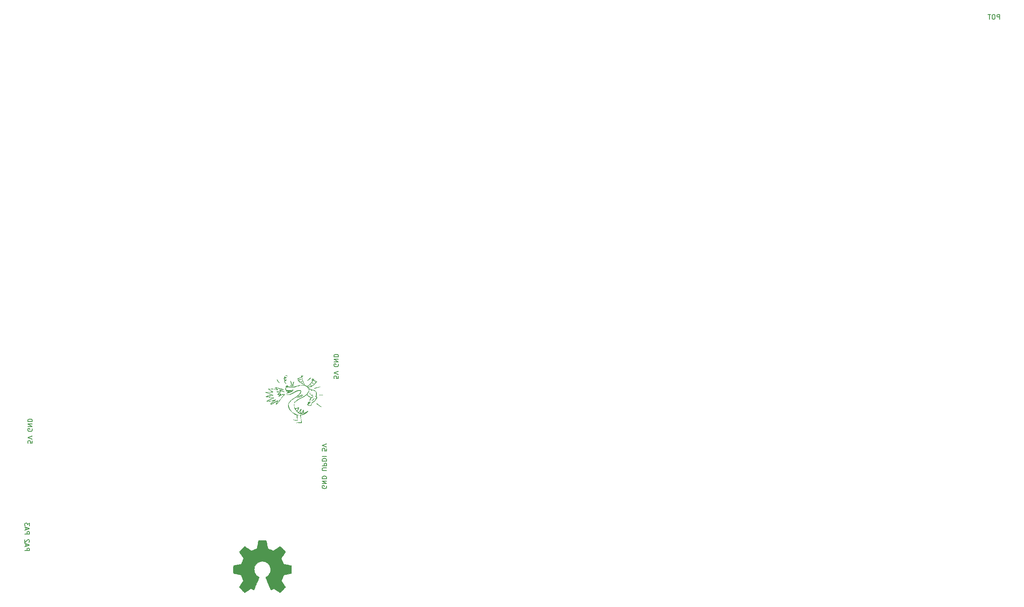
<source format=gbr>
G04 #@! TF.GenerationSoftware,KiCad,Pcbnew,(5.1.6)-1*
G04 #@! TF.CreationDate,2021-02-23T14:06:05-08:00*
G04 #@! TF.ProjectId,clap_detector,636c6170-5f64-4657-9465-63746f722e6b,rev?*
G04 #@! TF.SameCoordinates,Original*
G04 #@! TF.FileFunction,Legend,Bot*
G04 #@! TF.FilePolarity,Positive*
%FSLAX46Y46*%
G04 Gerber Fmt 4.6, Leading zero omitted, Abs format (unit mm)*
G04 Created by KiCad (PCBNEW (5.1.6)-1) date 2021-02-23 14:06:05*
%MOMM*%
%LPD*%
G01*
G04 APERTURE LIST*
%ADD10C,0.150000*%
%ADD11C,0.010000*%
G04 APERTURE END LIST*
D10*
X225290000Y-119760476D02*
X225337619Y-119855714D01*
X225337619Y-119998571D01*
X225290000Y-120141428D01*
X225194761Y-120236666D01*
X225099523Y-120284285D01*
X224909047Y-120331904D01*
X224766190Y-120331904D01*
X224575714Y-120284285D01*
X224480476Y-120236666D01*
X224385238Y-120141428D01*
X224337619Y-119998571D01*
X224337619Y-119903333D01*
X224385238Y-119760476D01*
X224432857Y-119712857D01*
X224766190Y-119712857D01*
X224766190Y-119903333D01*
X224337619Y-119284285D02*
X225337619Y-119284285D01*
X224337619Y-118712857D01*
X225337619Y-118712857D01*
X224337619Y-118236666D02*
X225337619Y-118236666D01*
X225337619Y-117998571D01*
X225290000Y-117855714D01*
X225194761Y-117760476D01*
X225099523Y-117712857D01*
X224909047Y-117665238D01*
X224766190Y-117665238D01*
X224575714Y-117712857D01*
X224480476Y-117760476D01*
X224385238Y-117855714D01*
X224337619Y-117998571D01*
X224337619Y-118236666D01*
X225337619Y-116474761D02*
X224528095Y-116474761D01*
X224432857Y-116427142D01*
X224385238Y-116379523D01*
X224337619Y-116284285D01*
X224337619Y-116093809D01*
X224385238Y-115998571D01*
X224432857Y-115950952D01*
X224528095Y-115903333D01*
X225337619Y-115903333D01*
X224337619Y-115427142D02*
X225337619Y-115427142D01*
X225337619Y-115046190D01*
X225290000Y-114950952D01*
X225242380Y-114903333D01*
X225147142Y-114855714D01*
X225004285Y-114855714D01*
X224909047Y-114903333D01*
X224861428Y-114950952D01*
X224813809Y-115046190D01*
X224813809Y-115427142D01*
X224337619Y-114427142D02*
X225337619Y-114427142D01*
X225337619Y-114189047D01*
X225290000Y-114046190D01*
X225194761Y-113950952D01*
X225099523Y-113903333D01*
X224909047Y-113855714D01*
X224766190Y-113855714D01*
X224575714Y-113903333D01*
X224480476Y-113950952D01*
X224385238Y-114046190D01*
X224337619Y-114189047D01*
X224337619Y-114427142D01*
X224337619Y-113427142D02*
X225337619Y-113427142D01*
X225337619Y-111712857D02*
X225337619Y-112189047D01*
X224861428Y-112236666D01*
X224909047Y-112189047D01*
X224956666Y-112093809D01*
X224956666Y-111855714D01*
X224909047Y-111760476D01*
X224861428Y-111712857D01*
X224766190Y-111665238D01*
X224528095Y-111665238D01*
X224432857Y-111712857D01*
X224385238Y-111760476D01*
X224337619Y-111855714D01*
X224337619Y-112093809D01*
X224385238Y-112189047D01*
X224432857Y-112236666D01*
X225337619Y-111379523D02*
X224337619Y-111046190D01*
X225337619Y-110712857D01*
X160202619Y-133762380D02*
X161202619Y-133762380D01*
X161202619Y-133381428D01*
X161155000Y-133286190D01*
X161107380Y-133238571D01*
X161012142Y-133190952D01*
X160869285Y-133190952D01*
X160774047Y-133238571D01*
X160726428Y-133286190D01*
X160678809Y-133381428D01*
X160678809Y-133762380D01*
X160488333Y-132810000D02*
X160488333Y-132333809D01*
X160202619Y-132905238D02*
X161202619Y-132571904D01*
X160202619Y-132238571D01*
X161107380Y-131952857D02*
X161155000Y-131905238D01*
X161202619Y-131810000D01*
X161202619Y-131571904D01*
X161155000Y-131476666D01*
X161107380Y-131429047D01*
X161012142Y-131381428D01*
X160916904Y-131381428D01*
X160774047Y-131429047D01*
X160202619Y-132000476D01*
X160202619Y-131381428D01*
X160202619Y-130190952D02*
X161202619Y-130190952D01*
X161202619Y-129810000D01*
X161155000Y-129714761D01*
X161107380Y-129667142D01*
X161012142Y-129619523D01*
X160869285Y-129619523D01*
X160774047Y-129667142D01*
X160726428Y-129714761D01*
X160678809Y-129810000D01*
X160678809Y-130190952D01*
X160488333Y-129238571D02*
X160488333Y-128762380D01*
X160202619Y-129333809D02*
X161202619Y-129000476D01*
X160202619Y-128667142D01*
X161202619Y-128429047D02*
X161202619Y-127810000D01*
X160821666Y-128143333D01*
X160821666Y-128000476D01*
X160774047Y-127905238D01*
X160726428Y-127857619D01*
X160631190Y-127810000D01*
X160393095Y-127810000D01*
X160297857Y-127857619D01*
X160250238Y-127905238D01*
X160202619Y-128000476D01*
X160202619Y-128286190D01*
X160250238Y-128381428D01*
X160297857Y-128429047D01*
X161837619Y-110045238D02*
X161837619Y-110521428D01*
X161361428Y-110569047D01*
X161409047Y-110521428D01*
X161456666Y-110426190D01*
X161456666Y-110188095D01*
X161409047Y-110092857D01*
X161361428Y-110045238D01*
X161266190Y-109997619D01*
X161028095Y-109997619D01*
X160932857Y-110045238D01*
X160885238Y-110092857D01*
X160837619Y-110188095D01*
X160837619Y-110426190D01*
X160885238Y-110521428D01*
X160932857Y-110569047D01*
X161837619Y-109711904D02*
X160837619Y-109378571D01*
X161837619Y-109045238D01*
X161790000Y-107426190D02*
X161837619Y-107521428D01*
X161837619Y-107664285D01*
X161790000Y-107807142D01*
X161694761Y-107902380D01*
X161599523Y-107950000D01*
X161409047Y-107997619D01*
X161266190Y-107997619D01*
X161075714Y-107950000D01*
X160980476Y-107902380D01*
X160885238Y-107807142D01*
X160837619Y-107664285D01*
X160837619Y-107569047D01*
X160885238Y-107426190D01*
X160932857Y-107378571D01*
X161266190Y-107378571D01*
X161266190Y-107569047D01*
X160837619Y-106950000D02*
X161837619Y-106950000D01*
X160837619Y-106378571D01*
X161837619Y-106378571D01*
X160837619Y-105902380D02*
X161837619Y-105902380D01*
X161837619Y-105664285D01*
X161790000Y-105521428D01*
X161694761Y-105426190D01*
X161599523Y-105378571D01*
X161409047Y-105330952D01*
X161266190Y-105330952D01*
X161075714Y-105378571D01*
X160980476Y-105426190D01*
X160885238Y-105521428D01*
X160837619Y-105664285D01*
X160837619Y-105902380D01*
X227877619Y-96075238D02*
X227877619Y-96551428D01*
X227401428Y-96599047D01*
X227449047Y-96551428D01*
X227496666Y-96456190D01*
X227496666Y-96218095D01*
X227449047Y-96122857D01*
X227401428Y-96075238D01*
X227306190Y-96027619D01*
X227068095Y-96027619D01*
X226972857Y-96075238D01*
X226925238Y-96122857D01*
X226877619Y-96218095D01*
X226877619Y-96456190D01*
X226925238Y-96551428D01*
X226972857Y-96599047D01*
X227877619Y-95741904D02*
X226877619Y-95408571D01*
X227877619Y-95075238D01*
X227830000Y-93456190D02*
X227877619Y-93551428D01*
X227877619Y-93694285D01*
X227830000Y-93837142D01*
X227734761Y-93932380D01*
X227639523Y-93980000D01*
X227449047Y-94027619D01*
X227306190Y-94027619D01*
X227115714Y-93980000D01*
X227020476Y-93932380D01*
X226925238Y-93837142D01*
X226877619Y-93694285D01*
X226877619Y-93599047D01*
X226925238Y-93456190D01*
X226972857Y-93408571D01*
X227306190Y-93408571D01*
X227306190Y-93599047D01*
X226877619Y-92980000D02*
X227877619Y-92980000D01*
X226877619Y-92408571D01*
X227877619Y-92408571D01*
X226877619Y-91932380D02*
X227877619Y-91932380D01*
X227877619Y-91694285D01*
X227830000Y-91551428D01*
X227734761Y-91456190D01*
X227639523Y-91408571D01*
X227449047Y-91360952D01*
X227306190Y-91360952D01*
X227115714Y-91408571D01*
X227020476Y-91456190D01*
X226925238Y-91551428D01*
X226877619Y-91694285D01*
X226877619Y-91932380D01*
D11*
G04 #@! TO.C,G\u002A\u002A\u002A*
G36*
X218812534Y-106112733D02*
G01*
X218819507Y-106142933D01*
X218846400Y-106146600D01*
X218888215Y-106128013D01*
X218880267Y-106112733D01*
X218819979Y-106106653D01*
X218812534Y-106112733D01*
G37*
X218812534Y-106112733D02*
X218819507Y-106142933D01*
X218846400Y-106146600D01*
X218888215Y-106128013D01*
X218880267Y-106112733D01*
X218819979Y-106106653D01*
X218812534Y-106112733D01*
G36*
X219826201Y-105903368D02*
G01*
X219812172Y-105969663D01*
X219780844Y-106011261D01*
X219711373Y-106035137D01*
X219582918Y-106048263D01*
X219374635Y-106057611D01*
X219363913Y-106058022D01*
X218922600Y-106074907D01*
X219392500Y-106085353D01*
X219862400Y-106095800D01*
X219854789Y-105930700D01*
X219848464Y-105827916D01*
X219840314Y-105822010D01*
X219826201Y-105903368D01*
G37*
X219826201Y-105903368D02*
X219812172Y-105969663D01*
X219780844Y-106011261D01*
X219711373Y-106035137D01*
X219582918Y-106048263D01*
X219374635Y-106057611D01*
X219363913Y-106058022D01*
X218922600Y-106074907D01*
X219392500Y-106085353D01*
X219862400Y-106095800D01*
X219854789Y-105930700D01*
X219848464Y-105827916D01*
X219840314Y-105822010D01*
X219826201Y-105903368D01*
G36*
X219775749Y-105422700D02*
G01*
X219767345Y-105570730D01*
X219775749Y-105651300D01*
X219788312Y-105675373D01*
X219796283Y-105611549D01*
X219797764Y-105537000D01*
X219793801Y-105427127D01*
X219783670Y-105396965D01*
X219775749Y-105422700D01*
G37*
X219775749Y-105422700D02*
X219767345Y-105570730D01*
X219775749Y-105651300D01*
X219788312Y-105675373D01*
X219796283Y-105611549D01*
X219797764Y-105537000D01*
X219793801Y-105427127D01*
X219783670Y-105396965D01*
X219775749Y-105422700D01*
G36*
X218973203Y-105424843D02*
G01*
X218963359Y-105470376D01*
X218898691Y-105571673D01*
X218830577Y-105603158D01*
X218768251Y-105619019D01*
X218800004Y-105627962D01*
X218859100Y-105631681D01*
X218959778Y-105622795D01*
X218991974Y-105561273D01*
X218991882Y-105498900D01*
X218984670Y-105413501D01*
X218973203Y-105424843D01*
G37*
X218973203Y-105424843D02*
X218963359Y-105470376D01*
X218898691Y-105571673D01*
X218830577Y-105603158D01*
X218768251Y-105619019D01*
X218800004Y-105627962D01*
X218859100Y-105631681D01*
X218959778Y-105622795D01*
X218991974Y-105561273D01*
X218991882Y-105498900D01*
X218984670Y-105413501D01*
X218973203Y-105424843D01*
G36*
X218258426Y-105502260D02*
G01*
X218297036Y-105523154D01*
X218338400Y-105537000D01*
X218491098Y-105569167D01*
X218592400Y-105576725D01*
X218668602Y-105573465D01*
X218654222Y-105560718D01*
X218567000Y-105537000D01*
X218422065Y-105508185D01*
X218313000Y-105497274D01*
X218258426Y-105502260D01*
G37*
X218258426Y-105502260D02*
X218297036Y-105523154D01*
X218338400Y-105537000D01*
X218491098Y-105569167D01*
X218592400Y-105576725D01*
X218668602Y-105573465D01*
X218654222Y-105560718D01*
X218567000Y-105537000D01*
X218422065Y-105508185D01*
X218313000Y-105497274D01*
X218258426Y-105502260D01*
G36*
X218101334Y-105452333D02*
G01*
X218108307Y-105482533D01*
X218135200Y-105486200D01*
X218177015Y-105467613D01*
X218169067Y-105452333D01*
X218108779Y-105446253D01*
X218101334Y-105452333D01*
G37*
X218101334Y-105452333D02*
X218108307Y-105482533D01*
X218135200Y-105486200D01*
X218177015Y-105467613D01*
X218169067Y-105452333D01*
X218108779Y-105446253D01*
X218101334Y-105452333D01*
G36*
X219724872Y-105016892D02*
G01*
X219716693Y-105149258D01*
X219725897Y-105220092D01*
X219739628Y-105231967D01*
X219747333Y-105159015D01*
X219747990Y-105105200D01*
X219742988Y-105006821D01*
X219731514Y-104991896D01*
X219724872Y-105016892D01*
G37*
X219724872Y-105016892D02*
X219716693Y-105149258D01*
X219725897Y-105220092D01*
X219739628Y-105231967D01*
X219747333Y-105159015D01*
X219747990Y-105105200D01*
X219742988Y-105006821D01*
X219731514Y-104991896D01*
X219724872Y-105016892D01*
G36*
X217044085Y-102463600D02*
G01*
X217126262Y-102847822D01*
X217302823Y-103223678D01*
X217566572Y-103580880D01*
X217910309Y-103909141D01*
X218204773Y-104122750D01*
X218389741Y-104232617D01*
X218572303Y-104325348D01*
X218700867Y-104376658D01*
X218893333Y-104434323D01*
X218910326Y-104845961D01*
X218927320Y-105257600D01*
X218948000Y-104470200D01*
X219138500Y-104464261D01*
X219232902Y-104459177D01*
X219244064Y-104449822D01*
X219165612Y-104432524D01*
X219049600Y-104413012D01*
X218661990Y-104303087D01*
X218268609Y-104101886D01*
X217884603Y-103817558D01*
X217796520Y-103738782D01*
X217501495Y-103428778D01*
X217290901Y-103115440D01*
X217149982Y-102773422D01*
X217088549Y-102522646D01*
X217018286Y-102158800D01*
X217044085Y-102463600D01*
G37*
X217044085Y-102463600D02*
X217126262Y-102847822D01*
X217302823Y-103223678D01*
X217566572Y-103580880D01*
X217910309Y-103909141D01*
X218204773Y-104122750D01*
X218389741Y-104232617D01*
X218572303Y-104325348D01*
X218700867Y-104376658D01*
X218893333Y-104434323D01*
X218910326Y-104845961D01*
X218927320Y-105257600D01*
X218948000Y-104470200D01*
X219138500Y-104464261D01*
X219232902Y-104459177D01*
X219244064Y-104449822D01*
X219165612Y-104432524D01*
X219049600Y-104413012D01*
X218661990Y-104303087D01*
X218268609Y-104101886D01*
X217884603Y-103817558D01*
X217796520Y-103738782D01*
X217501495Y-103428778D01*
X217290901Y-103115440D01*
X217149982Y-102773422D01*
X217088549Y-102522646D01*
X217018286Y-102158800D01*
X217044085Y-102463600D01*
G36*
X218343128Y-102738352D02*
G01*
X218342907Y-102743000D01*
X218369378Y-102872076D01*
X218447691Y-103051440D01*
X218563033Y-103254699D01*
X218700593Y-103455460D01*
X218830062Y-103611031D01*
X219139458Y-103883182D01*
X219469692Y-104057975D01*
X219827119Y-104138618D01*
X219884622Y-104142855D01*
X220024808Y-104147792D01*
X220094061Y-104144380D01*
X220078300Y-104133641D01*
X219989452Y-104104567D01*
X219964000Y-104083978D01*
X219985483Y-104029754D01*
X220041139Y-103913445D01*
X220100874Y-103795411D01*
X220184141Y-103653099D01*
X220238977Y-103605979D01*
X220266665Y-103655057D01*
X220268487Y-103801341D01*
X220259301Y-103919716D01*
X220251617Y-104046984D01*
X220272176Y-104097801D01*
X220336725Y-104096543D01*
X220368799Y-104089231D01*
X220497307Y-104046991D01*
X220656787Y-103980330D01*
X220697829Y-103960971D01*
X220845427Y-103896718D01*
X220909321Y-103885159D01*
X220889694Y-103921673D01*
X220786730Y-104001637D01*
X220693766Y-104063021D01*
X220500167Y-104167262D01*
X220265361Y-104266901D01*
X220023461Y-104349953D01*
X219808581Y-104404436D01*
X219679249Y-104419400D01*
X219586559Y-104423931D01*
X219558372Y-104432100D01*
X219573256Y-104483318D01*
X219610194Y-104599068D01*
X219634521Y-104673400D01*
X219709898Y-104902000D01*
X219681147Y-104692391D01*
X219667472Y-104559227D01*
X219689838Y-104493350D01*
X219770118Y-104461441D01*
X219842116Y-104447192D01*
X220161067Y-104362555D01*
X220473744Y-104235303D01*
X220756194Y-104078643D01*
X220984460Y-103905785D01*
X221098678Y-103773561D01*
X221022612Y-103773561D01*
X221010251Y-103801950D01*
X220959101Y-103856487D01*
X220929695Y-103845299D01*
X220929200Y-103838198D01*
X220965283Y-103795230D01*
X220987850Y-103779549D01*
X221022612Y-103773561D01*
X221098678Y-103773561D01*
X221130395Y-103736845D01*
X221209092Y-103600623D01*
X221226337Y-103543756D01*
X221181328Y-103564086D01*
X221094300Y-103639729D01*
X220965032Y-103739985D01*
X220797368Y-103844464D01*
X220623341Y-103935950D01*
X220474984Y-103997225D01*
X220399810Y-104013000D01*
X220356406Y-103987930D01*
X220328832Y-103901148D01*
X220312502Y-103735289D01*
X220309222Y-103670100D01*
X220294200Y-103327200D01*
X220091000Y-103720682D01*
X219970057Y-103937628D01*
X219875777Y-104066058D01*
X219802312Y-104113714D01*
X219793745Y-104114382D01*
X219745762Y-104105236D01*
X219720551Y-104063374D01*
X219714238Y-103967581D01*
X219722949Y-103796641D01*
X219726537Y-103746300D01*
X219753384Y-103378000D01*
X219700352Y-103720900D01*
X219667504Y-103892097D01*
X219631768Y-104015009D01*
X219600723Y-104063754D01*
X219599937Y-104063800D01*
X219525937Y-104042202D01*
X219409189Y-103989591D01*
X219397158Y-103983441D01*
X219241761Y-103903082D01*
X219366108Y-103767541D01*
X219483198Y-103628342D01*
X219598017Y-103475126D01*
X219604112Y-103466302D01*
X219686230Y-103368466D01*
X219751940Y-103327248D01*
X219764685Y-103329600D01*
X219801683Y-103311998D01*
X219811600Y-103253998D01*
X219804053Y-103169691D01*
X219793185Y-103149400D01*
X219756768Y-103187284D01*
X219675154Y-103288516D01*
X219563161Y-103434463D01*
X219510344Y-103505000D01*
X219386741Y-103664793D01*
X219282823Y-103787377D01*
X219214966Y-103853904D01*
X219201391Y-103860600D01*
X219136140Y-103830249D01*
X219035530Y-103756049D01*
X219022194Y-103744760D01*
X218887522Y-103628920D01*
X219040745Y-103376460D01*
X219132886Y-103205750D01*
X219203140Y-103041568D01*
X219226642Y-102962442D01*
X219259317Y-102800884D01*
X218927286Y-102908835D01*
X218765717Y-102965077D01*
X218654346Y-103011048D01*
X218615965Y-103037274D01*
X218616474Y-103038007D01*
X218672397Y-103035267D01*
X218791811Y-103004870D01*
X218878097Y-102977313D01*
X219048988Y-102921432D01*
X219141631Y-102904291D01*
X219173641Y-102930960D01*
X219162628Y-103006512D01*
X219149039Y-103055335D01*
X219100455Y-103177998D01*
X219026328Y-103318957D01*
X218945056Y-103448119D01*
X218875040Y-103535391D01*
X218843254Y-103555452D01*
X218784254Y-103512490D01*
X218698768Y-103396636D01*
X218598957Y-103228962D01*
X218496980Y-103030538D01*
X218404998Y-102822437D01*
X218374384Y-102743000D01*
X218350808Y-102692227D01*
X218343128Y-102738352D01*
G37*
X218343128Y-102738352D02*
X218342907Y-102743000D01*
X218369378Y-102872076D01*
X218447691Y-103051440D01*
X218563033Y-103254699D01*
X218700593Y-103455460D01*
X218830062Y-103611031D01*
X219139458Y-103883182D01*
X219469692Y-104057975D01*
X219827119Y-104138618D01*
X219884622Y-104142855D01*
X220024808Y-104147792D01*
X220094061Y-104144380D01*
X220078300Y-104133641D01*
X219989452Y-104104567D01*
X219964000Y-104083978D01*
X219985483Y-104029754D01*
X220041139Y-103913445D01*
X220100874Y-103795411D01*
X220184141Y-103653099D01*
X220238977Y-103605979D01*
X220266665Y-103655057D01*
X220268487Y-103801341D01*
X220259301Y-103919716D01*
X220251617Y-104046984D01*
X220272176Y-104097801D01*
X220336725Y-104096543D01*
X220368799Y-104089231D01*
X220497307Y-104046991D01*
X220656787Y-103980330D01*
X220697829Y-103960971D01*
X220845427Y-103896718D01*
X220909321Y-103885159D01*
X220889694Y-103921673D01*
X220786730Y-104001637D01*
X220693766Y-104063021D01*
X220500167Y-104167262D01*
X220265361Y-104266901D01*
X220023461Y-104349953D01*
X219808581Y-104404436D01*
X219679249Y-104419400D01*
X219586559Y-104423931D01*
X219558372Y-104432100D01*
X219573256Y-104483318D01*
X219610194Y-104599068D01*
X219634521Y-104673400D01*
X219709898Y-104902000D01*
X219681147Y-104692391D01*
X219667472Y-104559227D01*
X219689838Y-104493350D01*
X219770118Y-104461441D01*
X219842116Y-104447192D01*
X220161067Y-104362555D01*
X220473744Y-104235303D01*
X220756194Y-104078643D01*
X220984460Y-103905785D01*
X221098678Y-103773561D01*
X221022612Y-103773561D01*
X221010251Y-103801950D01*
X220959101Y-103856487D01*
X220929695Y-103845299D01*
X220929200Y-103838198D01*
X220965283Y-103795230D01*
X220987850Y-103779549D01*
X221022612Y-103773561D01*
X221098678Y-103773561D01*
X221130395Y-103736845D01*
X221209092Y-103600623D01*
X221226337Y-103543756D01*
X221181328Y-103564086D01*
X221094300Y-103639729D01*
X220965032Y-103739985D01*
X220797368Y-103844464D01*
X220623341Y-103935950D01*
X220474984Y-103997225D01*
X220399810Y-104013000D01*
X220356406Y-103987930D01*
X220328832Y-103901148D01*
X220312502Y-103735289D01*
X220309222Y-103670100D01*
X220294200Y-103327200D01*
X220091000Y-103720682D01*
X219970057Y-103937628D01*
X219875777Y-104066058D01*
X219802312Y-104113714D01*
X219793745Y-104114382D01*
X219745762Y-104105236D01*
X219720551Y-104063374D01*
X219714238Y-103967581D01*
X219722949Y-103796641D01*
X219726537Y-103746300D01*
X219753384Y-103378000D01*
X219700352Y-103720900D01*
X219667504Y-103892097D01*
X219631768Y-104015009D01*
X219600723Y-104063754D01*
X219599937Y-104063800D01*
X219525937Y-104042202D01*
X219409189Y-103989591D01*
X219397158Y-103983441D01*
X219241761Y-103903082D01*
X219366108Y-103767541D01*
X219483198Y-103628342D01*
X219598017Y-103475126D01*
X219604112Y-103466302D01*
X219686230Y-103368466D01*
X219751940Y-103327248D01*
X219764685Y-103329600D01*
X219801683Y-103311998D01*
X219811600Y-103253998D01*
X219804053Y-103169691D01*
X219793185Y-103149400D01*
X219756768Y-103187284D01*
X219675154Y-103288516D01*
X219563161Y-103434463D01*
X219510344Y-103505000D01*
X219386741Y-103664793D01*
X219282823Y-103787377D01*
X219214966Y-103853904D01*
X219201391Y-103860600D01*
X219136140Y-103830249D01*
X219035530Y-103756049D01*
X219022194Y-103744760D01*
X218887522Y-103628920D01*
X219040745Y-103376460D01*
X219132886Y-103205750D01*
X219203140Y-103041568D01*
X219226642Y-102962442D01*
X219259317Y-102800884D01*
X218927286Y-102908835D01*
X218765717Y-102965077D01*
X218654346Y-103011048D01*
X218615965Y-103037274D01*
X218616474Y-103038007D01*
X218672397Y-103035267D01*
X218791811Y-103004870D01*
X218878097Y-102977313D01*
X219048988Y-102921432D01*
X219141631Y-102904291D01*
X219173641Y-102930960D01*
X219162628Y-103006512D01*
X219149039Y-103055335D01*
X219100455Y-103177998D01*
X219026328Y-103318957D01*
X218945056Y-103448119D01*
X218875040Y-103535391D01*
X218843254Y-103555452D01*
X218784254Y-103512490D01*
X218698768Y-103396636D01*
X218598957Y-103228962D01*
X218496980Y-103030538D01*
X218404998Y-102822437D01*
X218374384Y-102743000D01*
X218350808Y-102692227D01*
X218343128Y-102738352D01*
G36*
X223116530Y-101976456D02*
G01*
X223216946Y-102056776D01*
X223371534Y-102171112D01*
X223565269Y-102308058D01*
X223596907Y-102329935D01*
X223796543Y-102465886D01*
X223962092Y-102575397D01*
X224077971Y-102648400D01*
X224128596Y-102674827D01*
X224129600Y-102674097D01*
X224091054Y-102635127D01*
X223988269Y-102554248D01*
X223840528Y-102444987D01*
X223667113Y-102320871D01*
X223487305Y-102195423D01*
X223320387Y-102082172D01*
X223185641Y-101994641D01*
X223102349Y-101946357D01*
X223085310Y-101941556D01*
X223116530Y-101976456D01*
G37*
X223116530Y-101976456D02*
X223216946Y-102056776D01*
X223371534Y-102171112D01*
X223565269Y-102308058D01*
X223596907Y-102329935D01*
X223796543Y-102465886D01*
X223962092Y-102575397D01*
X224077971Y-102648400D01*
X224128596Y-102674827D01*
X224129600Y-102674097D01*
X224091054Y-102635127D01*
X223988269Y-102554248D01*
X223840528Y-102444987D01*
X223667113Y-102320871D01*
X223487305Y-102195423D01*
X223320387Y-102082172D01*
X223185641Y-101994641D01*
X223102349Y-101946357D01*
X223085310Y-101941556D01*
X223116530Y-101976456D01*
G36*
X218305429Y-102033491D02*
G01*
X218301139Y-102071242D01*
X218293223Y-102263104D01*
X218299133Y-102452134D01*
X218301474Y-102477642D01*
X218310257Y-102519102D01*
X218316968Y-102470056D01*
X218320612Y-102341592D01*
X218320986Y-102260400D01*
X218318820Y-102103432D01*
X218313304Y-102024643D01*
X218305429Y-102033491D01*
G37*
X218305429Y-102033491D02*
X218301139Y-102071242D01*
X218293223Y-102263104D01*
X218299133Y-102452134D01*
X218301474Y-102477642D01*
X218310257Y-102519102D01*
X218316968Y-102470056D01*
X218320612Y-102341592D01*
X218320986Y-102260400D01*
X218318820Y-102103432D01*
X218313304Y-102024643D01*
X218305429Y-102033491D01*
G36*
X221286403Y-101978041D02*
G01*
X221192593Y-102040678D01*
X221155215Y-102131573D01*
X221185190Y-102211996D01*
X221341354Y-102341273D01*
X221531743Y-102415446D01*
X221725463Y-102429452D01*
X221891622Y-102378225D01*
X221945200Y-102336600D01*
X222019446Y-102221372D01*
X222040908Y-102120700D01*
X222034125Y-102044590D01*
X222020891Y-102066380D01*
X222010263Y-102108000D01*
X221926791Y-102273557D01*
X221785368Y-102365868D01*
X221602801Y-102380484D01*
X221395901Y-102312962D01*
X221344574Y-102284090D01*
X221228276Y-102190578D01*
X221203313Y-102116735D01*
X221267650Y-102075126D01*
X221378736Y-102073149D01*
X221497899Y-102067445D01*
X221536160Y-102032763D01*
X221486712Y-101989788D01*
X221413078Y-101968810D01*
X221286403Y-101978041D01*
G37*
X221286403Y-101978041D02*
X221192593Y-102040678D01*
X221155215Y-102131573D01*
X221185190Y-102211996D01*
X221341354Y-102341273D01*
X221531743Y-102415446D01*
X221725463Y-102429452D01*
X221891622Y-102378225D01*
X221945200Y-102336600D01*
X222019446Y-102221372D01*
X222040908Y-102120700D01*
X222034125Y-102044590D01*
X222020891Y-102066380D01*
X222010263Y-102108000D01*
X221926791Y-102273557D01*
X221785368Y-102365868D01*
X221602801Y-102380484D01*
X221395901Y-102312962D01*
X221344574Y-102284090D01*
X221228276Y-102190578D01*
X221203313Y-102116735D01*
X221267650Y-102075126D01*
X221378736Y-102073149D01*
X221497899Y-102067445D01*
X221536160Y-102032763D01*
X221486712Y-101989788D01*
X221413078Y-101968810D01*
X221286403Y-101978041D01*
G36*
X216200068Y-99944920D02*
G01*
X216101593Y-100042362D01*
X215957865Y-100208222D01*
X215775214Y-100434971D01*
X215559969Y-100715079D01*
X215392757Y-100939600D01*
X215222528Y-101165154D01*
X215044455Y-101391396D01*
X214870034Y-101604831D01*
X214710761Y-101791964D01*
X214578131Y-101939300D01*
X214483641Y-102033346D01*
X214438785Y-102060608D01*
X214438195Y-102060128D01*
X214451029Y-102009846D01*
X214500960Y-101892003D01*
X214578203Y-101729177D01*
X214604600Y-101676200D01*
X214687645Y-101504032D01*
X214745600Y-101369644D01*
X214768861Y-101295832D01*
X214767727Y-101288992D01*
X214718886Y-101305660D01*
X214601223Y-101366596D01*
X214432114Y-101462290D01*
X214228935Y-101583231D01*
X214218366Y-101589665D01*
X213925990Y-101761876D01*
X213674282Y-101898360D01*
X213473325Y-101994451D01*
X213333206Y-102045482D01*
X213264009Y-102046785D01*
X213258400Y-102033885D01*
X213295796Y-101985669D01*
X213398042Y-101887993D01*
X213550226Y-101754329D01*
X213737437Y-101598150D01*
X213769699Y-101571928D01*
X213958999Y-101416565D01*
X214114093Y-101285320D01*
X214220774Y-101190518D01*
X214264836Y-101144482D01*
X214264999Y-101142305D01*
X214212320Y-101147875D01*
X214085029Y-101175969D01*
X213906230Y-101221275D01*
X213817200Y-101245291D01*
X213636019Y-101297476D01*
X213509786Y-101338683D01*
X213455753Y-101363009D01*
X213461600Y-101367015D01*
X213550822Y-101356441D01*
X213699554Y-101325853D01*
X213817200Y-101296933D01*
X214096600Y-101223673D01*
X213940047Y-101361036D01*
X213820127Y-101465078D01*
X213658302Y-101603981D01*
X213495547Y-101742627D01*
X213334589Y-101892007D01*
X213236386Y-102010362D01*
X213205218Y-102088782D01*
X213245365Y-102118357D01*
X213321900Y-102104067D01*
X213600130Y-101994877D01*
X213927567Y-101826260D01*
X214249000Y-101634571D01*
X214425963Y-101526485D01*
X214567553Y-101444782D01*
X214654185Y-101400513D01*
X214671427Y-101396225D01*
X214658341Y-101445682D01*
X214608779Y-101560840D01*
X214533273Y-101717329D01*
X214528828Y-101726152D01*
X214428129Y-101942444D01*
X214385848Y-102075899D01*
X214401602Y-102126191D01*
X214475009Y-102092993D01*
X214605684Y-101975979D01*
X214702918Y-101874599D01*
X214850373Y-101706257D01*
X215033923Y-101483046D01*
X215231009Y-101233057D01*
X215419075Y-100984380D01*
X215433338Y-100965000D01*
X215607935Y-100731957D01*
X215781436Y-100508697D01*
X215935648Y-100318106D01*
X216052380Y-100183068D01*
X216068452Y-100165965D01*
X216174061Y-100047178D01*
X216237735Y-99958114D01*
X216246961Y-99923426D01*
X216200068Y-99944920D01*
G37*
X216200068Y-99944920D02*
X216101593Y-100042362D01*
X215957865Y-100208222D01*
X215775214Y-100434971D01*
X215559969Y-100715079D01*
X215392757Y-100939600D01*
X215222528Y-101165154D01*
X215044455Y-101391396D01*
X214870034Y-101604831D01*
X214710761Y-101791964D01*
X214578131Y-101939300D01*
X214483641Y-102033346D01*
X214438785Y-102060608D01*
X214438195Y-102060128D01*
X214451029Y-102009846D01*
X214500960Y-101892003D01*
X214578203Y-101729177D01*
X214604600Y-101676200D01*
X214687645Y-101504032D01*
X214745600Y-101369644D01*
X214768861Y-101295832D01*
X214767727Y-101288992D01*
X214718886Y-101305660D01*
X214601223Y-101366596D01*
X214432114Y-101462290D01*
X214228935Y-101583231D01*
X214218366Y-101589665D01*
X213925990Y-101761876D01*
X213674282Y-101898360D01*
X213473325Y-101994451D01*
X213333206Y-102045482D01*
X213264009Y-102046785D01*
X213258400Y-102033885D01*
X213295796Y-101985669D01*
X213398042Y-101887993D01*
X213550226Y-101754329D01*
X213737437Y-101598150D01*
X213769699Y-101571928D01*
X213958999Y-101416565D01*
X214114093Y-101285320D01*
X214220774Y-101190518D01*
X214264836Y-101144482D01*
X214264999Y-101142305D01*
X214212320Y-101147875D01*
X214085029Y-101175969D01*
X213906230Y-101221275D01*
X213817200Y-101245291D01*
X213636019Y-101297476D01*
X213509786Y-101338683D01*
X213455753Y-101363009D01*
X213461600Y-101367015D01*
X213550822Y-101356441D01*
X213699554Y-101325853D01*
X213817200Y-101296933D01*
X214096600Y-101223673D01*
X213940047Y-101361036D01*
X213820127Y-101465078D01*
X213658302Y-101603981D01*
X213495547Y-101742627D01*
X213334589Y-101892007D01*
X213236386Y-102010362D01*
X213205218Y-102088782D01*
X213245365Y-102118357D01*
X213321900Y-102104067D01*
X213600130Y-101994877D01*
X213927567Y-101826260D01*
X214249000Y-101634571D01*
X214425963Y-101526485D01*
X214567553Y-101444782D01*
X214654185Y-101400513D01*
X214671427Y-101396225D01*
X214658341Y-101445682D01*
X214608779Y-101560840D01*
X214533273Y-101717329D01*
X214528828Y-101726152D01*
X214428129Y-101942444D01*
X214385848Y-102075899D01*
X214401602Y-102126191D01*
X214475009Y-102092993D01*
X214605684Y-101975979D01*
X214702918Y-101874599D01*
X214850373Y-101706257D01*
X215033923Y-101483046D01*
X215231009Y-101233057D01*
X215419075Y-100984380D01*
X215433338Y-100965000D01*
X215607935Y-100731957D01*
X215781436Y-100508697D01*
X215935648Y-100318106D01*
X216052380Y-100183068D01*
X216068452Y-100165965D01*
X216174061Y-100047178D01*
X216237735Y-99958114D01*
X216246961Y-99923426D01*
X216200068Y-99944920D01*
G36*
X219659559Y-99497016D02*
G01*
X219639194Y-99550538D01*
X219573590Y-99703870D01*
X219484906Y-99847681D01*
X219362385Y-99991851D01*
X219195271Y-100146258D01*
X218972810Y-100320782D01*
X218684246Y-100525302D01*
X218318823Y-100769697D01*
X218294493Y-100785665D01*
X218044602Y-100954099D01*
X217809645Y-101120756D01*
X217610077Y-101270535D01*
X217466353Y-101388334D01*
X217423831Y-101428441D01*
X217267831Y-101614578D01*
X217150689Y-101803909D01*
X217085821Y-101971297D01*
X217080444Y-102071910D01*
X217100065Y-102085297D01*
X217126723Y-102014414D01*
X217136188Y-101972007D01*
X217183714Y-101823511D01*
X217272314Y-101673206D01*
X217410282Y-101513562D01*
X217605911Y-101337051D01*
X217867494Y-101136145D01*
X218203323Y-100903316D01*
X218593536Y-100648988D01*
X218804918Y-100509181D01*
X219007609Y-100366766D01*
X219170166Y-100244163D01*
X219224742Y-100198902D01*
X219381519Y-100039926D01*
X219524632Y-99857075D01*
X219636577Y-99676791D01*
X219699852Y-99525519D01*
X219707771Y-99469154D01*
X219694459Y-99435022D01*
X219659559Y-99497016D01*
G37*
X219659559Y-99497016D02*
X219639194Y-99550538D01*
X219573590Y-99703870D01*
X219484906Y-99847681D01*
X219362385Y-99991851D01*
X219195271Y-100146258D01*
X218972810Y-100320782D01*
X218684246Y-100525302D01*
X218318823Y-100769697D01*
X218294493Y-100785665D01*
X218044602Y-100954099D01*
X217809645Y-101120756D01*
X217610077Y-101270535D01*
X217466353Y-101388334D01*
X217423831Y-101428441D01*
X217267831Y-101614578D01*
X217150689Y-101803909D01*
X217085821Y-101971297D01*
X217080444Y-102071910D01*
X217100065Y-102085297D01*
X217126723Y-102014414D01*
X217136188Y-101972007D01*
X217183714Y-101823511D01*
X217272314Y-101673206D01*
X217410282Y-101513562D01*
X217605911Y-101337051D01*
X217867494Y-101136145D01*
X218203323Y-100903316D01*
X218593536Y-100648988D01*
X218804918Y-100509181D01*
X219007609Y-100366766D01*
X219170166Y-100244163D01*
X219224742Y-100198902D01*
X219381519Y-100039926D01*
X219524632Y-99857075D01*
X219636577Y-99676791D01*
X219699852Y-99525519D01*
X219707771Y-99469154D01*
X219694459Y-99435022D01*
X219659559Y-99497016D01*
G36*
X222446520Y-99062917D02*
G01*
X222453200Y-99065868D01*
X222720575Y-99195865D01*
X222900829Y-99333866D01*
X223007942Y-99497950D01*
X223055892Y-99706198D01*
X223062107Y-99853396D01*
X223051254Y-100105029D01*
X223018483Y-100265974D01*
X222961187Y-100345290D01*
X222917176Y-100357433D01*
X222890339Y-100375970D01*
X222956261Y-100425442D01*
X222973900Y-100435256D01*
X223087980Y-100542280D01*
X223108174Y-100686169D01*
X223061013Y-100815939D01*
X222990215Y-100895046D01*
X222938769Y-100914200D01*
X222890654Y-100952135D01*
X222896118Y-101017470D01*
X222892786Y-101114623D01*
X222826602Y-101222454D01*
X222688128Y-101351718D01*
X222467927Y-101513174D01*
X222451154Y-101524634D01*
X222243947Y-101673748D01*
X222116868Y-101786858D01*
X222059836Y-101874703D01*
X222060119Y-101941191D01*
X222085259Y-101959603D01*
X222103021Y-101909038D01*
X222151980Y-101838157D01*
X222265995Y-101731065D01*
X222424481Y-101606209D01*
X222504000Y-101549709D01*
X222741217Y-101371412D01*
X222886490Y-101225368D01*
X222935800Y-101139036D01*
X223005348Y-100982489D01*
X223075500Y-100864761D01*
X223151512Y-100702182D01*
X223151586Y-100553813D01*
X223090954Y-100459285D01*
X223043942Y-100380079D01*
X223065554Y-100271957D01*
X223102221Y-100101008D01*
X223111924Y-99883660D01*
X223096107Y-99663659D01*
X223056213Y-99484748D01*
X223038167Y-99442482D01*
X222894396Y-99259764D01*
X222691741Y-99120416D01*
X222526302Y-99063073D01*
X222445765Y-99051852D01*
X222446520Y-99062917D01*
G37*
X222446520Y-99062917D02*
X222453200Y-99065868D01*
X222720575Y-99195865D01*
X222900829Y-99333866D01*
X223007942Y-99497950D01*
X223055892Y-99706198D01*
X223062107Y-99853396D01*
X223051254Y-100105029D01*
X223018483Y-100265974D01*
X222961187Y-100345290D01*
X222917176Y-100357433D01*
X222890339Y-100375970D01*
X222956261Y-100425442D01*
X222973900Y-100435256D01*
X223087980Y-100542280D01*
X223108174Y-100686169D01*
X223061013Y-100815939D01*
X222990215Y-100895046D01*
X222938769Y-100914200D01*
X222890654Y-100952135D01*
X222896118Y-101017470D01*
X222892786Y-101114623D01*
X222826602Y-101222454D01*
X222688128Y-101351718D01*
X222467927Y-101513174D01*
X222451154Y-101524634D01*
X222243947Y-101673748D01*
X222116868Y-101786858D01*
X222059836Y-101874703D01*
X222060119Y-101941191D01*
X222085259Y-101959603D01*
X222103021Y-101909038D01*
X222151980Y-101838157D01*
X222265995Y-101731065D01*
X222424481Y-101606209D01*
X222504000Y-101549709D01*
X222741217Y-101371412D01*
X222886490Y-101225368D01*
X222935800Y-101139036D01*
X223005348Y-100982489D01*
X223075500Y-100864761D01*
X223151512Y-100702182D01*
X223151586Y-100553813D01*
X223090954Y-100459285D01*
X223043942Y-100380079D01*
X223065554Y-100271957D01*
X223102221Y-100101008D01*
X223111924Y-99883660D01*
X223096107Y-99663659D01*
X223056213Y-99484748D01*
X223038167Y-99442482D01*
X222894396Y-99259764D01*
X222691741Y-99120416D01*
X222526302Y-99063073D01*
X222445765Y-99051852D01*
X222446520Y-99062917D01*
G36*
X221332648Y-101842358D02*
G01*
X221309199Y-101877657D01*
X221310200Y-101879400D01*
X221380225Y-101918723D01*
X221465599Y-101930200D01*
X221559624Y-101912428D01*
X221589600Y-101879400D01*
X221545389Y-101843998D01*
X221438578Y-101828620D01*
X221434202Y-101828600D01*
X221332648Y-101842358D01*
G37*
X221332648Y-101842358D02*
X221309199Y-101877657D01*
X221310200Y-101879400D01*
X221380225Y-101918723D01*
X221465599Y-101930200D01*
X221559624Y-101912428D01*
X221589600Y-101879400D01*
X221545389Y-101843998D01*
X221438578Y-101828620D01*
X221434202Y-101828600D01*
X221332648Y-101842358D01*
G36*
X221417221Y-99355755D02*
G01*
X221367775Y-99441372D01*
X221231686Y-99647046D01*
X221039808Y-99877407D01*
X220821346Y-100101476D01*
X220605507Y-100288276D01*
X220497400Y-100364596D01*
X220355144Y-100444713D01*
X220155367Y-100545212D01*
X219934570Y-100647964D01*
X219867825Y-100677326D01*
X219614900Y-100795663D01*
X219341124Y-100937482D01*
X219100644Y-101074566D01*
X219073792Y-101091104D01*
X218871433Y-101229528D01*
X218679073Y-101382625D01*
X218514542Y-101533742D01*
X218395672Y-101666224D01*
X218340295Y-101763417D01*
X218338400Y-101777946D01*
X218344897Y-101820058D01*
X218372822Y-101801355D01*
X218434828Y-101710241D01*
X218465400Y-101661543D01*
X218576537Y-101534672D01*
X218761973Y-101379745D01*
X219002826Y-101209196D01*
X219280214Y-101035463D01*
X219575255Y-100870980D01*
X219869066Y-100728185D01*
X219909586Y-100710390D01*
X220301332Y-100521438D01*
X220631144Y-100322581D01*
X220882608Y-100124147D01*
X220949762Y-100055946D01*
X221007495Y-99998316D01*
X221051706Y-99992612D01*
X221105454Y-100050332D01*
X221185919Y-100173704D01*
X221315930Y-100337371D01*
X221487991Y-100466578D01*
X221630771Y-100542107D01*
X221934410Y-100687840D01*
X221839471Y-100805085D01*
X221748068Y-100964378D01*
X221677096Y-101168980D01*
X221645050Y-101362619D01*
X221645004Y-101396800D01*
X221657226Y-101410362D01*
X221684660Y-101340282D01*
X221711882Y-101239536D01*
X221828653Y-100926315D01*
X222007337Y-100693642D01*
X222219575Y-100553796D01*
X222328425Y-100498501D01*
X222371830Y-100463878D01*
X222361778Y-100458115D01*
X222274217Y-100479383D01*
X222149606Y-100532674D01*
X222137630Y-100538769D01*
X222005692Y-100589603D01*
X221876887Y-100586074D01*
X221786842Y-100562816D01*
X221544013Y-100446687D01*
X221320495Y-100262686D01*
X221178557Y-100081552D01*
X221086620Y-99930374D01*
X221255481Y-99698387D01*
X221356763Y-99544935D01*
X221433018Y-99403512D01*
X221457655Y-99339400D01*
X221455991Y-99307327D01*
X221417221Y-99355755D01*
G37*
X221417221Y-99355755D02*
X221367775Y-99441372D01*
X221231686Y-99647046D01*
X221039808Y-99877407D01*
X220821346Y-100101476D01*
X220605507Y-100288276D01*
X220497400Y-100364596D01*
X220355144Y-100444713D01*
X220155367Y-100545212D01*
X219934570Y-100647964D01*
X219867825Y-100677326D01*
X219614900Y-100795663D01*
X219341124Y-100937482D01*
X219100644Y-101074566D01*
X219073792Y-101091104D01*
X218871433Y-101229528D01*
X218679073Y-101382625D01*
X218514542Y-101533742D01*
X218395672Y-101666224D01*
X218340295Y-101763417D01*
X218338400Y-101777946D01*
X218344897Y-101820058D01*
X218372822Y-101801355D01*
X218434828Y-101710241D01*
X218465400Y-101661543D01*
X218576537Y-101534672D01*
X218761973Y-101379745D01*
X219002826Y-101209196D01*
X219280214Y-101035463D01*
X219575255Y-100870980D01*
X219869066Y-100728185D01*
X219909586Y-100710390D01*
X220301332Y-100521438D01*
X220631144Y-100322581D01*
X220882608Y-100124147D01*
X220949762Y-100055946D01*
X221007495Y-99998316D01*
X221051706Y-99992612D01*
X221105454Y-100050332D01*
X221185919Y-100173704D01*
X221315930Y-100337371D01*
X221487991Y-100466578D01*
X221630771Y-100542107D01*
X221934410Y-100687840D01*
X221839471Y-100805085D01*
X221748068Y-100964378D01*
X221677096Y-101168980D01*
X221645050Y-101362619D01*
X221645004Y-101396800D01*
X221657226Y-101410362D01*
X221684660Y-101340282D01*
X221711882Y-101239536D01*
X221828653Y-100926315D01*
X222007337Y-100693642D01*
X222219575Y-100553796D01*
X222328425Y-100498501D01*
X222371830Y-100463878D01*
X222361778Y-100458115D01*
X222274217Y-100479383D01*
X222149606Y-100532674D01*
X222137630Y-100538769D01*
X222005692Y-100589603D01*
X221876887Y-100586074D01*
X221786842Y-100562816D01*
X221544013Y-100446687D01*
X221320495Y-100262686D01*
X221178557Y-100081552D01*
X221086620Y-99930374D01*
X221255481Y-99698387D01*
X221356763Y-99544935D01*
X221433018Y-99403512D01*
X221457655Y-99339400D01*
X221455991Y-99307327D01*
X221417221Y-99355755D01*
G36*
X221696335Y-101560202D02*
G01*
X221694771Y-101587900D01*
X221676294Y-101644056D01*
X221609255Y-101659266D01*
X221495469Y-101646101D01*
X221360007Y-101634390D01*
X221290314Y-101661546D01*
X221265706Y-101703486D01*
X221250857Y-101762608D01*
X221292893Y-101741122D01*
X221308378Y-101728512D01*
X221422431Y-101690569D01*
X221599398Y-101719113D01*
X221711881Y-101757618D01*
X221778443Y-101763604D01*
X221789230Y-101745135D01*
X221777378Y-101701600D01*
X221742000Y-101701600D01*
X221716600Y-101727000D01*
X221691200Y-101701600D01*
X221716600Y-101676200D01*
X221742000Y-101701600D01*
X221777378Y-101701600D01*
X221767908Y-101666820D01*
X221742000Y-101600000D01*
X221708487Y-101534045D01*
X221696335Y-101560202D01*
G37*
X221696335Y-101560202D02*
X221694771Y-101587900D01*
X221676294Y-101644056D01*
X221609255Y-101659266D01*
X221495469Y-101646101D01*
X221360007Y-101634390D01*
X221290314Y-101661546D01*
X221265706Y-101703486D01*
X221250857Y-101762608D01*
X221292893Y-101741122D01*
X221308378Y-101728512D01*
X221422431Y-101690569D01*
X221599398Y-101719113D01*
X221711881Y-101757618D01*
X221778443Y-101763604D01*
X221789230Y-101745135D01*
X221777378Y-101701600D01*
X221742000Y-101701600D01*
X221716600Y-101727000D01*
X221691200Y-101701600D01*
X221716600Y-101676200D01*
X221742000Y-101701600D01*
X221777378Y-101701600D01*
X221767908Y-101666820D01*
X221742000Y-101600000D01*
X221708487Y-101534045D01*
X221696335Y-101560202D01*
G36*
X212496400Y-101498400D02*
G01*
X212521800Y-101523800D01*
X212547200Y-101498400D01*
X212521800Y-101473000D01*
X212496400Y-101498400D01*
G37*
X212496400Y-101498400D02*
X212521800Y-101523800D01*
X212547200Y-101498400D01*
X212521800Y-101473000D01*
X212496400Y-101498400D01*
G36*
X213075636Y-101405882D02*
G01*
X213055200Y-101407585D01*
X212883143Y-101424611D01*
X212756226Y-101441662D01*
X212703834Y-101454332D01*
X212726806Y-101467560D01*
X212819969Y-101469236D01*
X212952818Y-101461323D01*
X213094845Y-101445789D01*
X213215546Y-101424598D01*
X213233000Y-101420242D01*
X213276082Y-101402015D01*
X213222322Y-101397136D01*
X213075636Y-101405882D01*
G37*
X213075636Y-101405882D02*
X213055200Y-101407585D01*
X212883143Y-101424611D01*
X212756226Y-101441662D01*
X212703834Y-101454332D01*
X212726806Y-101467560D01*
X212819969Y-101469236D01*
X212952818Y-101461323D01*
X213094845Y-101445789D01*
X213215546Y-101424598D01*
X213233000Y-101420242D01*
X213276082Y-101402015D01*
X213222322Y-101397136D01*
X213075636Y-101405882D01*
G36*
X213588600Y-100670327D02*
G01*
X213711465Y-100704677D01*
X213760473Y-100726288D01*
X213750588Y-100754825D01*
X213670334Y-100798439D01*
X213508235Y-100865280D01*
X213457465Y-100885069D01*
X213201378Y-100989729D01*
X212956568Y-101099475D01*
X212736381Y-101207050D01*
X212554160Y-101305199D01*
X212423250Y-101386668D01*
X212356995Y-101444199D01*
X212368740Y-101470539D01*
X212379102Y-101471384D01*
X212460269Y-101435558D01*
X212471703Y-101421063D01*
X212543109Y-101362062D01*
X212692468Y-101276749D01*
X212902272Y-101173581D01*
X213155008Y-101061014D01*
X213433165Y-100947507D01*
X213526073Y-100911842D01*
X213746013Y-100820529D01*
X213873507Y-100748525D01*
X213907099Y-100697720D01*
X213845334Y-100670001D01*
X213715600Y-100666041D01*
X213588600Y-100670327D01*
G37*
X213588600Y-100670327D02*
X213711465Y-100704677D01*
X213760473Y-100726288D01*
X213750588Y-100754825D01*
X213670334Y-100798439D01*
X213508235Y-100865280D01*
X213457465Y-100885069D01*
X213201378Y-100989729D01*
X212956568Y-101099475D01*
X212736381Y-101207050D01*
X212554160Y-101305199D01*
X212423250Y-101386668D01*
X212356995Y-101444199D01*
X212368740Y-101470539D01*
X212379102Y-101471384D01*
X212460269Y-101435558D01*
X212471703Y-101421063D01*
X212543109Y-101362062D01*
X212692468Y-101276749D01*
X212902272Y-101173581D01*
X213155008Y-101061014D01*
X213433165Y-100947507D01*
X213526073Y-100911842D01*
X213746013Y-100820529D01*
X213873507Y-100748525D01*
X213907099Y-100697720D01*
X213845334Y-100670001D01*
X213715600Y-100666041D01*
X213588600Y-100670327D01*
G36*
X222528798Y-100914548D02*
G01*
X222505969Y-100949979D01*
X222393777Y-101081417D01*
X222244016Y-101197380D01*
X222214058Y-101214434D01*
X222109051Y-101275588D01*
X222065829Y-101312905D01*
X222072200Y-101318041D01*
X222148999Y-101297805D01*
X222266563Y-101246048D01*
X222275400Y-101241546D01*
X222431861Y-101133793D01*
X222549839Y-101002350D01*
X222603407Y-100877031D01*
X222604281Y-100863400D01*
X222583044Y-100851655D01*
X222528798Y-100914548D01*
G37*
X222528798Y-100914548D02*
X222505969Y-100949979D01*
X222393777Y-101081417D01*
X222244016Y-101197380D01*
X222214058Y-101214434D01*
X222109051Y-101275588D01*
X222065829Y-101312905D01*
X222072200Y-101318041D01*
X222148999Y-101297805D01*
X222266563Y-101246048D01*
X222275400Y-101241546D01*
X222431861Y-101133793D01*
X222549839Y-101002350D01*
X222603407Y-100877031D01*
X222604281Y-100863400D01*
X222583044Y-100851655D01*
X222528798Y-100914548D01*
G36*
X219458912Y-100530965D02*
G01*
X219456000Y-100555568D01*
X219419769Y-100597220D01*
X219379800Y-100591029D01*
X219314388Y-100589973D01*
X219303600Y-100610994D01*
X219340401Y-100654135D01*
X219416942Y-100652563D01*
X219482434Y-100607683D01*
X219483489Y-100606020D01*
X219494992Y-100535362D01*
X219486487Y-100521353D01*
X219458912Y-100530965D01*
G37*
X219458912Y-100530965D02*
X219456000Y-100555568D01*
X219419769Y-100597220D01*
X219379800Y-100591029D01*
X219314388Y-100589973D01*
X219303600Y-100610994D01*
X219340401Y-100654135D01*
X219416942Y-100652563D01*
X219482434Y-100607683D01*
X219483489Y-100606020D01*
X219494992Y-100535362D01*
X219486487Y-100521353D01*
X219458912Y-100530965D01*
G36*
X219175810Y-100523282D02*
G01*
X219140726Y-100550273D01*
X219046344Y-100589516D01*
X218993177Y-100580524D01*
X218956112Y-100572293D01*
X218968550Y-100601550D01*
X219036825Y-100656580D01*
X219119390Y-100614815D01*
X219157680Y-100571300D01*
X219201561Y-100511172D01*
X219175810Y-100523282D01*
G37*
X219175810Y-100523282D02*
X219140726Y-100550273D01*
X219046344Y-100589516D01*
X218993177Y-100580524D01*
X218956112Y-100572293D01*
X218968550Y-100601550D01*
X219036825Y-100656580D01*
X219119390Y-100614815D01*
X219157680Y-100571300D01*
X219201561Y-100511172D01*
X219175810Y-100523282D01*
G36*
X213321900Y-100625182D02*
G01*
X213306090Y-100639906D01*
X213376334Y-100647922D01*
X213410800Y-100648414D01*
X213503222Y-100643117D01*
X213514114Y-100629931D01*
X213499700Y-100625182D01*
X213370860Y-100617281D01*
X213321900Y-100625182D01*
G37*
X213321900Y-100625182D02*
X213306090Y-100639906D01*
X213376334Y-100647922D01*
X213410800Y-100648414D01*
X213503222Y-100643117D01*
X213514114Y-100629931D01*
X213499700Y-100625182D01*
X213370860Y-100617281D01*
X213321900Y-100625182D01*
G36*
X212890100Y-100573548D02*
G01*
X212866027Y-100586111D01*
X212929851Y-100594082D01*
X213004400Y-100595563D01*
X213114273Y-100591600D01*
X213144435Y-100581469D01*
X213118700Y-100573548D01*
X212970670Y-100565144D01*
X212890100Y-100573548D01*
G37*
X212890100Y-100573548D02*
X212866027Y-100586111D01*
X212929851Y-100594082D01*
X213004400Y-100595563D01*
X213114273Y-100591600D01*
X213144435Y-100581469D01*
X213118700Y-100573548D01*
X212970670Y-100565144D01*
X212890100Y-100573548D01*
G36*
X212236519Y-99507863D02*
G01*
X212135970Y-99520400D01*
X212117940Y-99535019D01*
X212180395Y-99567752D01*
X212319842Y-99628796D01*
X212518215Y-99710601D01*
X212757445Y-99805617D01*
X212870969Y-99849655D01*
X213160489Y-99964573D01*
X213356711Y-100051916D01*
X213463038Y-100115271D01*
X213482876Y-100158222D01*
X213419628Y-100184358D01*
X213276701Y-100197264D01*
X213203027Y-100199429D01*
X213064881Y-100213928D01*
X212868287Y-100248916D01*
X212652567Y-100297255D01*
X212622943Y-100304717D01*
X212378563Y-100370749D01*
X212231856Y-100420935D01*
X212180781Y-100458906D01*
X212223296Y-100488292D01*
X212357360Y-100512725D01*
X212497322Y-100528126D01*
X212638064Y-100540340D01*
X212682550Y-100539628D01*
X212635393Y-100525243D01*
X212584739Y-100513944D01*
X212454371Y-100480550D01*
X212372864Y-100449817D01*
X212365259Y-100444391D01*
X212393478Y-100419390D01*
X212501300Y-100384526D01*
X212667746Y-100344280D01*
X212871835Y-100303133D01*
X213092588Y-100265568D01*
X213309027Y-100236066D01*
X213372700Y-100229184D01*
X213544249Y-100207342D01*
X213667227Y-100182721D01*
X213715573Y-100160572D01*
X213715600Y-100160129D01*
X213670790Y-100130706D01*
X213547268Y-100072594D01*
X213361398Y-99992925D01*
X213129544Y-99898832D01*
X212996499Y-99846673D01*
X212277398Y-99568000D01*
X212729799Y-99539499D01*
X213182200Y-99510999D01*
X212625940Y-99501399D01*
X212405722Y-99501140D01*
X212236519Y-99507863D01*
G37*
X212236519Y-99507863D02*
X212135970Y-99520400D01*
X212117940Y-99535019D01*
X212180395Y-99567752D01*
X212319842Y-99628796D01*
X212518215Y-99710601D01*
X212757445Y-99805617D01*
X212870969Y-99849655D01*
X213160489Y-99964573D01*
X213356711Y-100051916D01*
X213463038Y-100115271D01*
X213482876Y-100158222D01*
X213419628Y-100184358D01*
X213276701Y-100197264D01*
X213203027Y-100199429D01*
X213064881Y-100213928D01*
X212868287Y-100248916D01*
X212652567Y-100297255D01*
X212622943Y-100304717D01*
X212378563Y-100370749D01*
X212231856Y-100420935D01*
X212180781Y-100458906D01*
X212223296Y-100488292D01*
X212357360Y-100512725D01*
X212497322Y-100528126D01*
X212638064Y-100540340D01*
X212682550Y-100539628D01*
X212635393Y-100525243D01*
X212584739Y-100513944D01*
X212454371Y-100480550D01*
X212372864Y-100449817D01*
X212365259Y-100444391D01*
X212393478Y-100419390D01*
X212501300Y-100384526D01*
X212667746Y-100344280D01*
X212871835Y-100303133D01*
X213092588Y-100265568D01*
X213309027Y-100236066D01*
X213372700Y-100229184D01*
X213544249Y-100207342D01*
X213667227Y-100182721D01*
X213715573Y-100160572D01*
X213715600Y-100160129D01*
X213670790Y-100130706D01*
X213547268Y-100072594D01*
X213361398Y-99992925D01*
X213129544Y-99898832D01*
X212996499Y-99846673D01*
X212277398Y-99568000D01*
X212729799Y-99539499D01*
X213182200Y-99510999D01*
X212625940Y-99501399D01*
X212405722Y-99501140D01*
X212236519Y-99507863D01*
G36*
X219887917Y-100370034D02*
G01*
X219856139Y-100394376D01*
X219744193Y-100434109D01*
X219678339Y-100427684D01*
X219616796Y-100412277D01*
X219644512Y-100440708D01*
X219659200Y-100451430D01*
X219751799Y-100501452D01*
X219820599Y-100474258D01*
X219868880Y-100418900D01*
X219912656Y-100358852D01*
X219887917Y-100370034D01*
G37*
X219887917Y-100370034D02*
X219856139Y-100394376D01*
X219744193Y-100434109D01*
X219678339Y-100427684D01*
X219616796Y-100412277D01*
X219644512Y-100440708D01*
X219659200Y-100451430D01*
X219751799Y-100501452D01*
X219820599Y-100474258D01*
X219868880Y-100418900D01*
X219912656Y-100358852D01*
X219887917Y-100370034D01*
G36*
X219408162Y-100327873D02*
G01*
X219405200Y-100352858D01*
X219365991Y-100396609D01*
X219303600Y-100391480D01*
X219222596Y-100388631D01*
X219202000Y-100410955D01*
X219241393Y-100449277D01*
X219326846Y-100453705D01*
X219409268Y-100425970D01*
X219432689Y-100402820D01*
X219444192Y-100332162D01*
X219435687Y-100318153D01*
X219408162Y-100327873D01*
G37*
X219408162Y-100327873D02*
X219405200Y-100352858D01*
X219365991Y-100396609D01*
X219303600Y-100391480D01*
X219222596Y-100388631D01*
X219202000Y-100410955D01*
X219241393Y-100449277D01*
X219326846Y-100453705D01*
X219409268Y-100425970D01*
X219432689Y-100402820D01*
X219444192Y-100332162D01*
X219435687Y-100318153D01*
X219408162Y-100327873D01*
G36*
X215234582Y-99563803D02*
G01*
X215130629Y-99633195D01*
X214979065Y-99760718D01*
X214837528Y-99889915D01*
X214734419Y-99988910D01*
X214701763Y-100034219D01*
X214734100Y-100039678D01*
X214782400Y-100029588D01*
X214917893Y-100001330D01*
X215085852Y-99970658D01*
X215112600Y-99966167D01*
X215315800Y-99932589D01*
X215125300Y-100144141D01*
X215021122Y-100263970D01*
X214951928Y-100351490D01*
X214934800Y-100380946D01*
X214972460Y-100407237D01*
X215068598Y-100382919D01*
X215197952Y-100314918D01*
X215214200Y-100304355D01*
X215339963Y-100233896D01*
X215521224Y-100147667D01*
X215712091Y-100067048D01*
X215883809Y-99995671D01*
X216014848Y-99934245D01*
X216079372Y-99894980D01*
X216081268Y-99892589D01*
X216055016Y-99886665D01*
X215958703Y-99915067D01*
X215814255Y-99968972D01*
X215643595Y-100039560D01*
X215468647Y-100118010D01*
X215311335Y-100195501D01*
X215261598Y-100222382D01*
X215134573Y-100288519D01*
X215052909Y-100321708D01*
X215036400Y-100320555D01*
X215070856Y-100274027D01*
X215159899Y-100182577D01*
X215250078Y-100097542D01*
X215361593Y-99988602D01*
X215429644Y-99908267D01*
X215440578Y-99879303D01*
X215381901Y-99874962D01*
X215255525Y-99888137D01*
X215145483Y-99905941D01*
X214991681Y-99930043D01*
X214884380Y-99939487D01*
X214853812Y-99935745D01*
X214881524Y-99899168D01*
X214973273Y-99822886D01*
X215100330Y-99729742D01*
X215226165Y-99635593D01*
X215299158Y-99568473D01*
X215303681Y-99543046D01*
X215234582Y-99563803D01*
G37*
X215234582Y-99563803D02*
X215130629Y-99633195D01*
X214979065Y-99760718D01*
X214837528Y-99889915D01*
X214734419Y-99988910D01*
X214701763Y-100034219D01*
X214734100Y-100039678D01*
X214782400Y-100029588D01*
X214917893Y-100001330D01*
X215085852Y-99970658D01*
X215112600Y-99966167D01*
X215315800Y-99932589D01*
X215125300Y-100144141D01*
X215021122Y-100263970D01*
X214951928Y-100351490D01*
X214934800Y-100380946D01*
X214972460Y-100407237D01*
X215068598Y-100382919D01*
X215197952Y-100314918D01*
X215214200Y-100304355D01*
X215339963Y-100233896D01*
X215521224Y-100147667D01*
X215712091Y-100067048D01*
X215883809Y-99995671D01*
X216014848Y-99934245D01*
X216079372Y-99894980D01*
X216081268Y-99892589D01*
X216055016Y-99886665D01*
X215958703Y-99915067D01*
X215814255Y-99968972D01*
X215643595Y-100039560D01*
X215468647Y-100118010D01*
X215311335Y-100195501D01*
X215261598Y-100222382D01*
X215134573Y-100288519D01*
X215052909Y-100321708D01*
X215036400Y-100320555D01*
X215070856Y-100274027D01*
X215159899Y-100182577D01*
X215250078Y-100097542D01*
X215361593Y-99988602D01*
X215429644Y-99908267D01*
X215440578Y-99879303D01*
X215381901Y-99874962D01*
X215255525Y-99888137D01*
X215145483Y-99905941D01*
X214991681Y-99930043D01*
X214884380Y-99939487D01*
X214853812Y-99935745D01*
X214881524Y-99899168D01*
X214973273Y-99822886D01*
X215100330Y-99729742D01*
X215226165Y-99635593D01*
X215299158Y-99568473D01*
X215303681Y-99543046D01*
X215234582Y-99563803D01*
G36*
X219712962Y-100175473D02*
G01*
X219710000Y-100200458D01*
X219670790Y-100244206D01*
X219608330Y-100239062D01*
X219539578Y-100235716D01*
X219535128Y-100258537D01*
X219610566Y-100301848D01*
X219703067Y-100283583D01*
X219737489Y-100250420D01*
X219748992Y-100179762D01*
X219740487Y-100165753D01*
X219712962Y-100175473D01*
G37*
X219712962Y-100175473D02*
X219710000Y-100200458D01*
X219670790Y-100244206D01*
X219608330Y-100239062D01*
X219539578Y-100235716D01*
X219535128Y-100258537D01*
X219610566Y-100301848D01*
X219703067Y-100283583D01*
X219737489Y-100250420D01*
X219748992Y-100179762D01*
X219740487Y-100165753D01*
X219712962Y-100175473D01*
G36*
X219827074Y-100076466D02*
G01*
X219858254Y-100139500D01*
X219919973Y-100231902D01*
X219990877Y-100241847D01*
X220078300Y-100198930D01*
X220151748Y-100131539D01*
X220167200Y-100091002D01*
X220136929Y-100076672D01*
X220075448Y-100117888D01*
X219999274Y-100172672D01*
X219937048Y-100153509D01*
X219891714Y-100113061D01*
X219827996Y-100055878D01*
X219827074Y-100076466D01*
G37*
X219827074Y-100076466D02*
X219858254Y-100139500D01*
X219919973Y-100231902D01*
X219990877Y-100241847D01*
X220078300Y-100198930D01*
X220151748Y-100131539D01*
X220167200Y-100091002D01*
X220136929Y-100076672D01*
X220075448Y-100117888D01*
X219999274Y-100172672D01*
X219937048Y-100153509D01*
X219891714Y-100113061D01*
X219827996Y-100055878D01*
X219827074Y-100076466D01*
G36*
X221666552Y-99745800D02*
G01*
X221739644Y-99944179D01*
X221883267Y-100098095D01*
X222071693Y-100185276D01*
X222187302Y-100196641D01*
X222377000Y-100190283D01*
X222162928Y-100155369D01*
X221938087Y-100085053D01*
X221786639Y-99952223D01*
X221696129Y-99754293D01*
X221642155Y-99568000D01*
X221666552Y-99745800D01*
G37*
X221666552Y-99745800D02*
X221739644Y-99944179D01*
X221883267Y-100098095D01*
X222071693Y-100185276D01*
X222187302Y-100196641D01*
X222377000Y-100190283D01*
X222162928Y-100155369D01*
X221938087Y-100085053D01*
X221786639Y-99952223D01*
X221696129Y-99754293D01*
X221642155Y-99568000D01*
X221666552Y-99745800D01*
G36*
X223916341Y-100108902D02*
G01*
X223759188Y-100114642D01*
X223690466Y-100121014D01*
X223714872Y-100126370D01*
X223823935Y-100130273D01*
X224009183Y-100132285D01*
X224104200Y-100132462D01*
X224315240Y-100131248D01*
X224450854Y-100128019D01*
X224503402Y-100123210D01*
X224465245Y-100117256D01*
X224419588Y-100114481D01*
X224176988Y-100107659D01*
X223916341Y-100108902D01*
G37*
X223916341Y-100108902D02*
X223759188Y-100114642D01*
X223690466Y-100121014D01*
X223714872Y-100126370D01*
X223823935Y-100130273D01*
X224009183Y-100132285D01*
X224104200Y-100132462D01*
X224315240Y-100131248D01*
X224450854Y-100128019D01*
X224503402Y-100123210D01*
X224465245Y-100117256D01*
X224419588Y-100114481D01*
X224176988Y-100107659D01*
X223916341Y-100108902D01*
G36*
X219205632Y-99118543D02*
G01*
X218908132Y-99217505D01*
X218543379Y-99388737D01*
X218265310Y-99541241D01*
X217921034Y-99730339D01*
X217638991Y-99863938D01*
X217400755Y-99948326D01*
X217187905Y-99989789D01*
X216982017Y-99994615D01*
X216944163Y-99992068D01*
X216807197Y-99988690D01*
X216724205Y-100001138D01*
X216712800Y-100012133D01*
X216758345Y-100039749D01*
X216877459Y-100050260D01*
X217043864Y-100045348D01*
X217231282Y-100026694D01*
X217413434Y-99995978D01*
X217554384Y-99958301D01*
X217703279Y-99895885D01*
X217909490Y-99794936D01*
X218143873Y-99670282D01*
X218341784Y-99557758D01*
X218699078Y-99359306D01*
X218989899Y-99225433D01*
X219224221Y-99153795D01*
X219412018Y-99142051D01*
X219563264Y-99187858D01*
X219650121Y-99250500D01*
X219774589Y-99364800D01*
X219715429Y-99251099D01*
X219607199Y-99135756D01*
X219437960Y-99091432D01*
X219205632Y-99118543D01*
G37*
X219205632Y-99118543D02*
X218908132Y-99217505D01*
X218543379Y-99388737D01*
X218265310Y-99541241D01*
X217921034Y-99730339D01*
X217638991Y-99863938D01*
X217400755Y-99948326D01*
X217187905Y-99989789D01*
X216982017Y-99994615D01*
X216944163Y-99992068D01*
X216807197Y-99988690D01*
X216724205Y-100001138D01*
X216712800Y-100012133D01*
X216758345Y-100039749D01*
X216877459Y-100050260D01*
X217043864Y-100045348D01*
X217231282Y-100026694D01*
X217413434Y-99995978D01*
X217554384Y-99958301D01*
X217703279Y-99895885D01*
X217909490Y-99794936D01*
X218143873Y-99670282D01*
X218341784Y-99557758D01*
X218699078Y-99359306D01*
X218989899Y-99225433D01*
X219224221Y-99153795D01*
X219412018Y-99142051D01*
X219563264Y-99187858D01*
X219650121Y-99250500D01*
X219774589Y-99364800D01*
X219715429Y-99251099D01*
X219607199Y-99135756D01*
X219437960Y-99091432D01*
X219205632Y-99118543D01*
G36*
X217908317Y-99037686D02*
G01*
X217906600Y-99038082D01*
X217812652Y-99062540D01*
X217813256Y-99074382D01*
X217876374Y-99079389D01*
X217959999Y-99089091D01*
X217960267Y-99123849D01*
X217906600Y-99187000D01*
X217823781Y-99262656D01*
X217771727Y-99288600D01*
X217736829Y-99245985D01*
X217728800Y-99187000D01*
X217722113Y-99141674D01*
X217690073Y-99112278D01*
X217614720Y-99095390D01*
X217478091Y-99087588D01*
X217262222Y-99085450D01*
X217195400Y-99085400D01*
X216932072Y-99090396D01*
X216754379Y-99104943D01*
X216668921Y-99128374D01*
X216662000Y-99139198D01*
X216692594Y-99170647D01*
X216709143Y-99163860D01*
X216758610Y-99181056D01*
X216789944Y-99240772D01*
X216822585Y-99313307D01*
X216870514Y-99302095D01*
X216914325Y-99264716D01*
X216985142Y-99210379D01*
X217021014Y-99229179D01*
X217037107Y-99266161D01*
X217068251Y-99313902D01*
X217115930Y-99289822D01*
X217169496Y-99230254D01*
X217222352Y-99167321D01*
X217152538Y-99167321D01*
X217144600Y-99187000D01*
X217098951Y-99235462D01*
X217090802Y-99237800D01*
X217068983Y-99198496D01*
X217068400Y-99187000D01*
X216916000Y-99187000D01*
X216877343Y-99236323D01*
X216865200Y-99237800D01*
X216815877Y-99199142D01*
X216814400Y-99187000D01*
X216853058Y-99137676D01*
X216865200Y-99136200D01*
X216914524Y-99174857D01*
X216916000Y-99187000D01*
X217068400Y-99187000D01*
X217107453Y-99138152D01*
X217122199Y-99136200D01*
X217152538Y-99167321D01*
X217222352Y-99167321D01*
X217269824Y-99110800D01*
X217302037Y-99225100D01*
X217353367Y-99321902D01*
X217413178Y-99325532D01*
X217460081Y-99237800D01*
X217498552Y-99187000D01*
X217424000Y-99187000D01*
X217406668Y-99236479D01*
X217401599Y-99237800D01*
X217358227Y-99202202D01*
X217347800Y-99187000D01*
X217351828Y-99140188D01*
X217370202Y-99136200D01*
X217421933Y-99173076D01*
X217424000Y-99187000D01*
X217498552Y-99187000D01*
X217523517Y-99154035D01*
X217584113Y-99136200D01*
X217649617Y-99148409D01*
X217644880Y-99203967D01*
X217622460Y-99250500D01*
X217511700Y-99424805D01*
X217405987Y-99519425D01*
X217315379Y-99529576D01*
X217249932Y-99450478D01*
X217243005Y-99430931D01*
X217207563Y-99319262D01*
X217112887Y-99436181D01*
X217018211Y-99553101D01*
X216972578Y-99433550D01*
X216939363Y-99356210D01*
X216917381Y-99363367D01*
X216888814Y-99461915D01*
X216887658Y-99466400D01*
X216833926Y-99596359D01*
X216767886Y-99680684D01*
X216713692Y-99727586D01*
X216712800Y-99736054D01*
X216776115Y-99725786D01*
X216894001Y-99709976D01*
X216898512Y-99709408D01*
X217026622Y-99668913D01*
X217075691Y-99593400D01*
X216966800Y-99593400D01*
X216948214Y-99635214D01*
X216932934Y-99627266D01*
X216926854Y-99566978D01*
X216932934Y-99559533D01*
X216963134Y-99566506D01*
X216966800Y-99593400D01*
X217075691Y-99593400D01*
X217087104Y-99575838D01*
X217089979Y-99565138D01*
X217130795Y-99471348D01*
X217170968Y-99441000D01*
X217215612Y-99476200D01*
X217212014Y-99548370D01*
X217164218Y-99607367D01*
X217157300Y-99610556D01*
X217130257Y-99633222D01*
X217170000Y-99639693D01*
X217294002Y-99613884D01*
X217464788Y-99539491D01*
X217651592Y-99433563D01*
X217815560Y-99318805D01*
X217706481Y-99318805D01*
X217678000Y-99364800D01*
X217617889Y-99427888D01*
X217597175Y-99441000D01*
X217596670Y-99402543D01*
X217608830Y-99364800D01*
X217662126Y-99297497D01*
X217689656Y-99288600D01*
X217706481Y-99318805D01*
X217815560Y-99318805D01*
X217823642Y-99313149D01*
X217928528Y-99219381D01*
X218024115Y-99111737D01*
X218077120Y-99037714D01*
X218080928Y-99019453D01*
X218021320Y-99017981D01*
X217908317Y-99037686D01*
G37*
X217908317Y-99037686D02*
X217906600Y-99038082D01*
X217812652Y-99062540D01*
X217813256Y-99074382D01*
X217876374Y-99079389D01*
X217959999Y-99089091D01*
X217960267Y-99123849D01*
X217906600Y-99187000D01*
X217823781Y-99262656D01*
X217771727Y-99288600D01*
X217736829Y-99245985D01*
X217728800Y-99187000D01*
X217722113Y-99141674D01*
X217690073Y-99112278D01*
X217614720Y-99095390D01*
X217478091Y-99087588D01*
X217262222Y-99085450D01*
X217195400Y-99085400D01*
X216932072Y-99090396D01*
X216754379Y-99104943D01*
X216668921Y-99128374D01*
X216662000Y-99139198D01*
X216692594Y-99170647D01*
X216709143Y-99163860D01*
X216758610Y-99181056D01*
X216789944Y-99240772D01*
X216822585Y-99313307D01*
X216870514Y-99302095D01*
X216914325Y-99264716D01*
X216985142Y-99210379D01*
X217021014Y-99229179D01*
X217037107Y-99266161D01*
X217068251Y-99313902D01*
X217115930Y-99289822D01*
X217169496Y-99230254D01*
X217222352Y-99167321D01*
X217152538Y-99167321D01*
X217144600Y-99187000D01*
X217098951Y-99235462D01*
X217090802Y-99237800D01*
X217068983Y-99198496D01*
X217068400Y-99187000D01*
X216916000Y-99187000D01*
X216877343Y-99236323D01*
X216865200Y-99237800D01*
X216815877Y-99199142D01*
X216814400Y-99187000D01*
X216853058Y-99137676D01*
X216865200Y-99136200D01*
X216914524Y-99174857D01*
X216916000Y-99187000D01*
X217068400Y-99187000D01*
X217107453Y-99138152D01*
X217122199Y-99136200D01*
X217152538Y-99167321D01*
X217222352Y-99167321D01*
X217269824Y-99110800D01*
X217302037Y-99225100D01*
X217353367Y-99321902D01*
X217413178Y-99325532D01*
X217460081Y-99237800D01*
X217498552Y-99187000D01*
X217424000Y-99187000D01*
X217406668Y-99236479D01*
X217401599Y-99237800D01*
X217358227Y-99202202D01*
X217347800Y-99187000D01*
X217351828Y-99140188D01*
X217370202Y-99136200D01*
X217421933Y-99173076D01*
X217424000Y-99187000D01*
X217498552Y-99187000D01*
X217523517Y-99154035D01*
X217584113Y-99136200D01*
X217649617Y-99148409D01*
X217644880Y-99203967D01*
X217622460Y-99250500D01*
X217511700Y-99424805D01*
X217405987Y-99519425D01*
X217315379Y-99529576D01*
X217249932Y-99450478D01*
X217243005Y-99430931D01*
X217207563Y-99319262D01*
X217112887Y-99436181D01*
X217018211Y-99553101D01*
X216972578Y-99433550D01*
X216939363Y-99356210D01*
X216917381Y-99363367D01*
X216888814Y-99461915D01*
X216887658Y-99466400D01*
X216833926Y-99596359D01*
X216767886Y-99680684D01*
X216713692Y-99727586D01*
X216712800Y-99736054D01*
X216776115Y-99725786D01*
X216894001Y-99709976D01*
X216898512Y-99709408D01*
X217026622Y-99668913D01*
X217075691Y-99593400D01*
X216966800Y-99593400D01*
X216948214Y-99635214D01*
X216932934Y-99627266D01*
X216926854Y-99566978D01*
X216932934Y-99559533D01*
X216963134Y-99566506D01*
X216966800Y-99593400D01*
X217075691Y-99593400D01*
X217087104Y-99575838D01*
X217089979Y-99565138D01*
X217130795Y-99471348D01*
X217170968Y-99441000D01*
X217215612Y-99476200D01*
X217212014Y-99548370D01*
X217164218Y-99607367D01*
X217157300Y-99610556D01*
X217130257Y-99633222D01*
X217170000Y-99639693D01*
X217294002Y-99613884D01*
X217464788Y-99539491D01*
X217651592Y-99433563D01*
X217815560Y-99318805D01*
X217706481Y-99318805D01*
X217678000Y-99364800D01*
X217617889Y-99427888D01*
X217597175Y-99441000D01*
X217596670Y-99402543D01*
X217608830Y-99364800D01*
X217662126Y-99297497D01*
X217689656Y-99288600D01*
X217706481Y-99318805D01*
X217815560Y-99318805D01*
X217823642Y-99313149D01*
X217928528Y-99219381D01*
X218024115Y-99111737D01*
X218077120Y-99037714D01*
X218080928Y-99019453D01*
X218021320Y-99017981D01*
X217908317Y-99037686D01*
G36*
X214697819Y-99363090D02*
G01*
X214687488Y-99364958D01*
X214571959Y-99390577D01*
X214543524Y-99417110D01*
X214588886Y-99461094D01*
X214602251Y-99470964D01*
X214719375Y-99515743D01*
X214888100Y-99534047D01*
X214931810Y-99533443D01*
X215163400Y-99524286D01*
X214922100Y-99505259D01*
X214760529Y-99480411D01*
X214690041Y-99445423D01*
X214712829Y-99410815D01*
X214831081Y-99387102D01*
X214896700Y-99383281D01*
X215005836Y-99375205D01*
X215023662Y-99362137D01*
X214991646Y-99353476D01*
X214857978Y-99347211D01*
X214697819Y-99363090D01*
G37*
X214697819Y-99363090D02*
X214687488Y-99364958D01*
X214571959Y-99390577D01*
X214543524Y-99417110D01*
X214588886Y-99461094D01*
X214602251Y-99470964D01*
X214719375Y-99515743D01*
X214888100Y-99534047D01*
X214931810Y-99533443D01*
X215163400Y-99524286D01*
X214922100Y-99505259D01*
X214760529Y-99480411D01*
X214690041Y-99445423D01*
X214712829Y-99410815D01*
X214831081Y-99387102D01*
X214896700Y-99383281D01*
X215005836Y-99375205D01*
X215023662Y-99362137D01*
X214991646Y-99353476D01*
X214857978Y-99347211D01*
X214697819Y-99363090D01*
G36*
X212736098Y-98787447D02*
G01*
X212724045Y-98812836D01*
X212772964Y-98864034D01*
X212890778Y-98948309D01*
X213085411Y-99072928D01*
X213191917Y-99139015D01*
X213639400Y-99415188D01*
X213233000Y-99477382D01*
X213474300Y-99484591D01*
X213614912Y-99481572D01*
X213701886Y-99465802D01*
X213715600Y-99453520D01*
X213675471Y-99411758D01*
X213567302Y-99329838D01*
X213409420Y-99221109D01*
X213285880Y-99140503D01*
X213108245Y-99021433D01*
X212971856Y-98919398D01*
X212893691Y-98847754D01*
X212882478Y-98823183D01*
X212862227Y-98789842D01*
X212801200Y-98780600D01*
X212736098Y-98787447D01*
G37*
X212736098Y-98787447D02*
X212724045Y-98812836D01*
X212772964Y-98864034D01*
X212890778Y-98948309D01*
X213085411Y-99072928D01*
X213191917Y-99139015D01*
X213639400Y-99415188D01*
X213233000Y-99477382D01*
X213474300Y-99484591D01*
X213614912Y-99481572D01*
X213701886Y-99465802D01*
X213715600Y-99453520D01*
X213675471Y-99411758D01*
X213567302Y-99329838D01*
X213409420Y-99221109D01*
X213285880Y-99140503D01*
X213108245Y-99021433D01*
X212971856Y-98919398D01*
X212893691Y-98847754D01*
X212882478Y-98823183D01*
X212862227Y-98789842D01*
X212801200Y-98780600D01*
X212736098Y-98787447D01*
G36*
X215143443Y-99009564D02*
G01*
X215165626Y-99080680D01*
X215244451Y-99165989D01*
X215350901Y-99262325D01*
X215231751Y-99295799D01*
X215167711Y-99318165D01*
X215191496Y-99329486D01*
X215286556Y-99334336D01*
X215460511Y-99339400D01*
X215341389Y-99212600D01*
X215268688Y-99121181D01*
X215246494Y-99063156D01*
X215248729Y-99059338D01*
X215302699Y-99068797D01*
X215424917Y-99116386D01*
X215593581Y-99193187D01*
X215682895Y-99236937D01*
X215868867Y-99327305D01*
X216021198Y-99396288D01*
X216116737Y-99433623D01*
X216134999Y-99437366D01*
X216111898Y-99415215D01*
X216014305Y-99358322D01*
X215859203Y-99276169D01*
X215725619Y-99208766D01*
X215526138Y-99113044D01*
X215356690Y-99037577D01*
X215240318Y-98992320D01*
X215204919Y-98983800D01*
X215143443Y-99009564D01*
G37*
X215143443Y-99009564D02*
X215165626Y-99080680D01*
X215244451Y-99165989D01*
X215350901Y-99262325D01*
X215231751Y-99295799D01*
X215167711Y-99318165D01*
X215191496Y-99329486D01*
X215286556Y-99334336D01*
X215460511Y-99339400D01*
X215341389Y-99212600D01*
X215268688Y-99121181D01*
X215246494Y-99063156D01*
X215248729Y-99059338D01*
X215302699Y-99068797D01*
X215424917Y-99116386D01*
X215593581Y-99193187D01*
X215682895Y-99236937D01*
X215868867Y-99327305D01*
X216021198Y-99396288D01*
X216116737Y-99433623D01*
X216134999Y-99437366D01*
X216111898Y-99415215D01*
X216014305Y-99358322D01*
X215859203Y-99276169D01*
X215725619Y-99208766D01*
X215526138Y-99113044D01*
X215356690Y-99037577D01*
X215240318Y-98992320D01*
X215204919Y-98983800D01*
X215143443Y-99009564D01*
G36*
X216609534Y-98145895D02*
G01*
X216540516Y-98273628D01*
X216497771Y-98427694D01*
X216470337Y-98618966D01*
X216459575Y-98815537D01*
X216466848Y-98985498D01*
X216493517Y-99096942D01*
X216504670Y-99113340D01*
X216552072Y-99201155D01*
X216569361Y-99263200D01*
X216596800Y-99323816D01*
X216622642Y-99310115D01*
X216638582Y-99225378D01*
X216620162Y-99121246D01*
X216579362Y-99046138D01*
X216554476Y-99034600D01*
X216524820Y-98989343D01*
X216511243Y-98872811D01*
X216512621Y-98713865D01*
X216527831Y-98541361D01*
X216555750Y-98384160D01*
X216583208Y-98296368D01*
X216671718Y-98160600D01*
X216778735Y-98123859D01*
X216898595Y-98186488D01*
X216974833Y-98272600D01*
X217087507Y-98425000D01*
X217700254Y-98422378D01*
X217981994Y-98418237D01*
X218190285Y-98406099D01*
X218353186Y-98382192D01*
X218498760Y-98342740D01*
X218617800Y-98298959D01*
X218764470Y-98237579D01*
X218855714Y-98192894D01*
X218871800Y-98174605D01*
X218799278Y-98189572D01*
X218666105Y-98231885D01*
X218553756Y-98272625D01*
X218397375Y-98322108D01*
X218224046Y-98353274D01*
X218005717Y-98369509D01*
X217714332Y-98374199D01*
X217712360Y-98374200D01*
X217463532Y-98373367D01*
X217294382Y-98367775D01*
X217182989Y-98352786D01*
X217107430Y-98323760D01*
X217045785Y-98276059D01*
X216992200Y-98221800D01*
X216840602Y-98098373D01*
X216714028Y-98072959D01*
X216609534Y-98145895D01*
G37*
X216609534Y-98145895D02*
X216540516Y-98273628D01*
X216497771Y-98427694D01*
X216470337Y-98618966D01*
X216459575Y-98815537D01*
X216466848Y-98985498D01*
X216493517Y-99096942D01*
X216504670Y-99113340D01*
X216552072Y-99201155D01*
X216569361Y-99263200D01*
X216596800Y-99323816D01*
X216622642Y-99310115D01*
X216638582Y-99225378D01*
X216620162Y-99121246D01*
X216579362Y-99046138D01*
X216554476Y-99034600D01*
X216524820Y-98989343D01*
X216511243Y-98872811D01*
X216512621Y-98713865D01*
X216527831Y-98541361D01*
X216555750Y-98384160D01*
X216583208Y-98296368D01*
X216671718Y-98160600D01*
X216778735Y-98123859D01*
X216898595Y-98186488D01*
X216974833Y-98272600D01*
X217087507Y-98425000D01*
X217700254Y-98422378D01*
X217981994Y-98418237D01*
X218190285Y-98406099D01*
X218353186Y-98382192D01*
X218498760Y-98342740D01*
X218617800Y-98298959D01*
X218764470Y-98237579D01*
X218855714Y-98192894D01*
X218871800Y-98174605D01*
X218799278Y-98189572D01*
X218666105Y-98231885D01*
X218553756Y-98272625D01*
X218397375Y-98322108D01*
X218224046Y-98353274D01*
X218005717Y-98369509D01*
X217714332Y-98374199D01*
X217712360Y-98374200D01*
X217463532Y-98373367D01*
X217294382Y-98367775D01*
X217182989Y-98352786D01*
X217107430Y-98323760D01*
X217045785Y-98276059D01*
X216992200Y-98221800D01*
X216840602Y-98098373D01*
X216714028Y-98072959D01*
X216609534Y-98145895D01*
G36*
X220021744Y-96505003D02*
G01*
X220020776Y-96527348D01*
X220037582Y-96694555D01*
X220091562Y-96923727D01*
X220173846Y-97186262D01*
X220275563Y-97453560D01*
X220376963Y-97675700D01*
X220454036Y-97832977D01*
X220486929Y-97920618D01*
X220478940Y-97958809D01*
X220433369Y-97967736D01*
X220424704Y-97967800D01*
X220327751Y-97923243D01*
X220258872Y-97829996D01*
X220169892Y-97708941D01*
X220035168Y-97589535D01*
X219889836Y-97498090D01*
X219769031Y-97460915D01*
X219765988Y-97460915D01*
X219758076Y-97479198D01*
X219827834Y-97524634D01*
X219897132Y-97558523D01*
X220070839Y-97668916D01*
X220187148Y-97804936D01*
X220189282Y-97808982D01*
X220268901Y-97962949D01*
X219951351Y-97980986D01*
X219807225Y-97989782D01*
X219748165Y-97995931D01*
X219778606Y-98000628D01*
X219902980Y-98005070D01*
X220054532Y-98008811D01*
X220370309Y-98030903D01*
X220621166Y-98087760D01*
X220840954Y-98190348D01*
X221034319Y-98326186D01*
X221271244Y-98550869D01*
X221421641Y-98787735D01*
X221488337Y-98995003D01*
X221516737Y-99125305D01*
X221528191Y-99159581D01*
X221526848Y-99101191D01*
X221521544Y-99021900D01*
X221520988Y-98895782D01*
X221552020Y-98841674D01*
X221613898Y-98831400D01*
X221734105Y-98858395D01*
X221846597Y-98923585D01*
X221918972Y-99003273D01*
X221926754Y-99060198D01*
X221930417Y-99098515D01*
X221998509Y-99098081D01*
X222088441Y-99077333D01*
X222250467Y-99032066D01*
X222323424Y-99004652D01*
X222303931Y-98997063D01*
X222206345Y-99008542D01*
X222057170Y-99007027D01*
X221923976Y-98938637D01*
X221884947Y-98907441D01*
X221756897Y-98823656D01*
X221637015Y-98781715D01*
X221620656Y-98780600D01*
X221529561Y-98743692D01*
X221420146Y-98655373D01*
X221327059Y-98549249D01*
X221284950Y-98458928D01*
X221284800Y-98454844D01*
X221330041Y-98422061D01*
X221444739Y-98385419D01*
X221597356Y-98352136D01*
X221756354Y-98329430D01*
X221857853Y-98323683D01*
X222002008Y-98305611D01*
X222117677Y-98236567D01*
X222203292Y-98148701D01*
X222340231Y-98024966D01*
X222492445Y-97931873D01*
X222531940Y-97916161D01*
X222647284Y-97859681D01*
X222705499Y-97795132D01*
X222707200Y-97784273D01*
X222748131Y-97654347D01*
X222856386Y-97504270D01*
X223010162Y-97362664D01*
X223050313Y-97333870D01*
X223191959Y-97237619D01*
X223014401Y-97237619D01*
X222955501Y-97329858D01*
X222866070Y-97433264D01*
X222754260Y-97566190D01*
X222678196Y-97678862D01*
X222656400Y-97735687D01*
X222613631Y-97798500D01*
X222504940Y-97873561D01*
X222432085Y-97909871D01*
X222277177Y-97997955D01*
X222152364Y-98102375D01*
X222121443Y-98140848D01*
X222038398Y-98231418D01*
X221922479Y-98269699D01*
X221825058Y-98275467D01*
X221637515Y-98294950D01*
X221456154Y-98338822D01*
X221437200Y-98345606D01*
X221297067Y-98397056D01*
X221220306Y-98413744D01*
X221175043Y-98396261D01*
X221134422Y-98351235D01*
X221110245Y-98296483D01*
X221155367Y-98248784D01*
X221256506Y-98200883D01*
X221441563Y-98088194D01*
X221651453Y-97901830D01*
X221868427Y-97660365D01*
X222074736Y-97382369D01*
X222149262Y-97266779D01*
X222366718Y-96914379D01*
X222643718Y-97060089D01*
X222803321Y-97137732D01*
X222934936Y-97190589D01*
X222998229Y-97205800D01*
X223014401Y-97237619D01*
X223191959Y-97237619D01*
X223224288Y-97215651D01*
X222953044Y-97136253D01*
X222735226Y-97057703D01*
X222571496Y-96969882D01*
X222471595Y-96882353D01*
X222445268Y-96804682D01*
X222502257Y-96746434D01*
X222542100Y-96732817D01*
X222602102Y-96713528D01*
X222564202Y-96705089D01*
X222545099Y-96703692D01*
X222453670Y-96724831D01*
X222427800Y-96748600D01*
X222365086Y-96800902D01*
X222318144Y-96769388D01*
X222312940Y-96673937D01*
X222315507Y-96589899D01*
X222288678Y-96578291D01*
X222259946Y-96645281D01*
X222263572Y-96729154D01*
X222262310Y-96822984D01*
X222199027Y-96850184D01*
X222196389Y-96850200D01*
X222105919Y-96824549D01*
X222080244Y-96798129D01*
X222064169Y-96786122D01*
X222067077Y-96809428D01*
X222121004Y-96869651D01*
X222194164Y-96899811D01*
X222245699Y-96916771D01*
X222264120Y-96948056D01*
X222243673Y-97011134D01*
X222178605Y-97123471D01*
X222063163Y-97302536D01*
X222059848Y-97307612D01*
X221874133Y-97563920D01*
X221670929Y-97797581D01*
X221467475Y-97992038D01*
X221281011Y-98130732D01*
X221135065Y-98195814D01*
X220952625Y-98186485D01*
X220763982Y-98090156D01*
X220585506Y-97918887D01*
X220433565Y-97684741D01*
X220428872Y-97675442D01*
X220235574Y-97225769D01*
X220101140Y-96777116D01*
X220067267Y-96608219D01*
X220043310Y-96480195D01*
X220029165Y-96447579D01*
X220021744Y-96505003D01*
G37*
X220021744Y-96505003D02*
X220020776Y-96527348D01*
X220037582Y-96694555D01*
X220091562Y-96923727D01*
X220173846Y-97186262D01*
X220275563Y-97453560D01*
X220376963Y-97675700D01*
X220454036Y-97832977D01*
X220486929Y-97920618D01*
X220478940Y-97958809D01*
X220433369Y-97967736D01*
X220424704Y-97967800D01*
X220327751Y-97923243D01*
X220258872Y-97829996D01*
X220169892Y-97708941D01*
X220035168Y-97589535D01*
X219889836Y-97498090D01*
X219769031Y-97460915D01*
X219765988Y-97460915D01*
X219758076Y-97479198D01*
X219827834Y-97524634D01*
X219897132Y-97558523D01*
X220070839Y-97668916D01*
X220187148Y-97804936D01*
X220189282Y-97808982D01*
X220268901Y-97962949D01*
X219951351Y-97980986D01*
X219807225Y-97989782D01*
X219748165Y-97995931D01*
X219778606Y-98000628D01*
X219902980Y-98005070D01*
X220054532Y-98008811D01*
X220370309Y-98030903D01*
X220621166Y-98087760D01*
X220840954Y-98190348D01*
X221034319Y-98326186D01*
X221271244Y-98550869D01*
X221421641Y-98787735D01*
X221488337Y-98995003D01*
X221516737Y-99125305D01*
X221528191Y-99159581D01*
X221526848Y-99101191D01*
X221521544Y-99021900D01*
X221520988Y-98895782D01*
X221552020Y-98841674D01*
X221613898Y-98831400D01*
X221734105Y-98858395D01*
X221846597Y-98923585D01*
X221918972Y-99003273D01*
X221926754Y-99060198D01*
X221930417Y-99098515D01*
X221998509Y-99098081D01*
X222088441Y-99077333D01*
X222250467Y-99032066D01*
X222323424Y-99004652D01*
X222303931Y-98997063D01*
X222206345Y-99008542D01*
X222057170Y-99007027D01*
X221923976Y-98938637D01*
X221884947Y-98907441D01*
X221756897Y-98823656D01*
X221637015Y-98781715D01*
X221620656Y-98780600D01*
X221529561Y-98743692D01*
X221420146Y-98655373D01*
X221327059Y-98549249D01*
X221284950Y-98458928D01*
X221284800Y-98454844D01*
X221330041Y-98422061D01*
X221444739Y-98385419D01*
X221597356Y-98352136D01*
X221756354Y-98329430D01*
X221857853Y-98323683D01*
X222002008Y-98305611D01*
X222117677Y-98236567D01*
X222203292Y-98148701D01*
X222340231Y-98024966D01*
X222492445Y-97931873D01*
X222531940Y-97916161D01*
X222647284Y-97859681D01*
X222705499Y-97795132D01*
X222707200Y-97784273D01*
X222748131Y-97654347D01*
X222856386Y-97504270D01*
X223010162Y-97362664D01*
X223050313Y-97333870D01*
X223191959Y-97237619D01*
X223014401Y-97237619D01*
X222955501Y-97329858D01*
X222866070Y-97433264D01*
X222754260Y-97566190D01*
X222678196Y-97678862D01*
X222656400Y-97735687D01*
X222613631Y-97798500D01*
X222504940Y-97873561D01*
X222432085Y-97909871D01*
X222277177Y-97997955D01*
X222152364Y-98102375D01*
X222121443Y-98140848D01*
X222038398Y-98231418D01*
X221922479Y-98269699D01*
X221825058Y-98275467D01*
X221637515Y-98294950D01*
X221456154Y-98338822D01*
X221437200Y-98345606D01*
X221297067Y-98397056D01*
X221220306Y-98413744D01*
X221175043Y-98396261D01*
X221134422Y-98351235D01*
X221110245Y-98296483D01*
X221155367Y-98248784D01*
X221256506Y-98200883D01*
X221441563Y-98088194D01*
X221651453Y-97901830D01*
X221868427Y-97660365D01*
X222074736Y-97382369D01*
X222149262Y-97266779D01*
X222366718Y-96914379D01*
X222643718Y-97060089D01*
X222803321Y-97137732D01*
X222934936Y-97190589D01*
X222998229Y-97205800D01*
X223014401Y-97237619D01*
X223191959Y-97237619D01*
X223224288Y-97215651D01*
X222953044Y-97136253D01*
X222735226Y-97057703D01*
X222571496Y-96969882D01*
X222471595Y-96882353D01*
X222445268Y-96804682D01*
X222502257Y-96746434D01*
X222542100Y-96732817D01*
X222602102Y-96713528D01*
X222564202Y-96705089D01*
X222545099Y-96703692D01*
X222453670Y-96724831D01*
X222427800Y-96748600D01*
X222365086Y-96800902D01*
X222318144Y-96769388D01*
X222312940Y-96673937D01*
X222315507Y-96589899D01*
X222288678Y-96578291D01*
X222259946Y-96645281D01*
X222263572Y-96729154D01*
X222262310Y-96822984D01*
X222199027Y-96850184D01*
X222196389Y-96850200D01*
X222105919Y-96824549D01*
X222080244Y-96798129D01*
X222064169Y-96786122D01*
X222067077Y-96809428D01*
X222121004Y-96869651D01*
X222194164Y-96899811D01*
X222245699Y-96916771D01*
X222264120Y-96948056D01*
X222243673Y-97011134D01*
X222178605Y-97123471D01*
X222063163Y-97302536D01*
X222059848Y-97307612D01*
X221874133Y-97563920D01*
X221670929Y-97797581D01*
X221467475Y-97992038D01*
X221281011Y-98130732D01*
X221135065Y-98195814D01*
X220952625Y-98186485D01*
X220763982Y-98090156D01*
X220585506Y-97918887D01*
X220433565Y-97684741D01*
X220428872Y-97675442D01*
X220235574Y-97225769D01*
X220101140Y-96777116D01*
X220067267Y-96608219D01*
X220043310Y-96480195D01*
X220029165Y-96447579D01*
X220021744Y-96505003D01*
G36*
X214179274Y-98551996D02*
G01*
X214172800Y-98572566D01*
X214217060Y-98595864D01*
X214327147Y-98596913D01*
X214365392Y-98592700D01*
X214493597Y-98592520D01*
X214673626Y-98622788D01*
X214919892Y-98686618D01*
X215210064Y-98775334D01*
X215457338Y-98852217D01*
X215674453Y-98915690D01*
X215840761Y-98960006D01*
X215935613Y-98979417D01*
X215944572Y-98979789D01*
X215990472Y-98968889D01*
X215976200Y-98959119D01*
X215465296Y-98796843D01*
X215036000Y-98671703D01*
X214690531Y-98584172D01*
X214431109Y-98534727D01*
X214259950Y-98523843D01*
X214179274Y-98551996D01*
G37*
X214179274Y-98551996D02*
X214172800Y-98572566D01*
X214217060Y-98595864D01*
X214327147Y-98596913D01*
X214365392Y-98592700D01*
X214493597Y-98592520D01*
X214673626Y-98622788D01*
X214919892Y-98686618D01*
X215210064Y-98775334D01*
X215457338Y-98852217D01*
X215674453Y-98915690D01*
X215840761Y-98960006D01*
X215935613Y-98979417D01*
X215944572Y-98979789D01*
X215990472Y-98968889D01*
X215976200Y-98959119D01*
X215465296Y-98796843D01*
X215036000Y-98671703D01*
X214690531Y-98584172D01*
X214431109Y-98534727D01*
X214259950Y-98523843D01*
X214179274Y-98551996D01*
G36*
X214293792Y-98642675D02*
G01*
X214317308Y-98681168D01*
X214405346Y-98749874D01*
X214460376Y-98785652D01*
X214575478Y-98859415D01*
X214612004Y-98899067D01*
X214578090Y-98923442D01*
X214526548Y-98938783D01*
X214463760Y-98961010D01*
X214486915Y-98972956D01*
X214602060Y-98978736D01*
X214715340Y-98973118D01*
X214760134Y-98952980D01*
X214754460Y-98942897D01*
X214621660Y-98837974D01*
X214484912Y-98741651D01*
X214369629Y-98670489D01*
X214301224Y-98641051D01*
X214293792Y-98642675D01*
G37*
X214293792Y-98642675D02*
X214317308Y-98681168D01*
X214405346Y-98749874D01*
X214460376Y-98785652D01*
X214575478Y-98859415D01*
X214612004Y-98899067D01*
X214578090Y-98923442D01*
X214526548Y-98938783D01*
X214463760Y-98961010D01*
X214486915Y-98972956D01*
X214602060Y-98978736D01*
X214715340Y-98973118D01*
X214760134Y-98952980D01*
X214754460Y-98942897D01*
X214621660Y-98837974D01*
X214484912Y-98741651D01*
X214369629Y-98670489D01*
X214301224Y-98641051D01*
X214293792Y-98642675D01*
G36*
X214159134Y-98899678D02*
G01*
X214157445Y-98916355D01*
X214236970Y-98923166D01*
X214249000Y-98923096D01*
X214327789Y-98915771D01*
X214320268Y-98900309D01*
X214311534Y-98897796D01*
X214200876Y-98890359D01*
X214159134Y-98899678D01*
G37*
X214159134Y-98899678D02*
X214157445Y-98916355D01*
X214236970Y-98923166D01*
X214249000Y-98923096D01*
X214327789Y-98915771D01*
X214320268Y-98900309D01*
X214311534Y-98897796D01*
X214200876Y-98890359D01*
X214159134Y-98899678D01*
G36*
X213854334Y-98848878D02*
G01*
X213852645Y-98865555D01*
X213932170Y-98872366D01*
X213944200Y-98872296D01*
X214022989Y-98864971D01*
X214015468Y-98849509D01*
X214006734Y-98846996D01*
X213896076Y-98839559D01*
X213854334Y-98848878D01*
G37*
X213854334Y-98848878D02*
X213852645Y-98865555D01*
X213932170Y-98872366D01*
X213944200Y-98872296D01*
X214022989Y-98864971D01*
X214015468Y-98849509D01*
X214006734Y-98846996D01*
X213896076Y-98839559D01*
X213854334Y-98848878D01*
G36*
X213397402Y-98795640D02*
G01*
X213376960Y-98807538D01*
X213443518Y-98815207D01*
X213537800Y-98816870D01*
X213653062Y-98813068D01*
X213686775Y-98803966D01*
X213651402Y-98794946D01*
X213501167Y-98786589D01*
X213397402Y-98795640D01*
G37*
X213397402Y-98795640D02*
X213376960Y-98807538D01*
X213443518Y-98815207D01*
X213537800Y-98816870D01*
X213653062Y-98813068D01*
X213686775Y-98803966D01*
X213651402Y-98794946D01*
X213501167Y-98786589D01*
X213397402Y-98795640D01*
G36*
X213072134Y-98746733D02*
G01*
X213079107Y-98776933D01*
X213106000Y-98780600D01*
X213147815Y-98762013D01*
X213139867Y-98746733D01*
X213079579Y-98740653D01*
X213072134Y-98746733D01*
G37*
X213072134Y-98746733D02*
X213079107Y-98776933D01*
X213106000Y-98780600D01*
X213147815Y-98762013D01*
X213139867Y-98746733D01*
X213079579Y-98740653D01*
X213072134Y-98746733D01*
G36*
X223108009Y-98542830D02*
G01*
X222969604Y-98578290D01*
X222823492Y-98625092D01*
X222712683Y-98670134D01*
X222684340Y-98687563D01*
X222655905Y-98715290D01*
X222665943Y-98722455D01*
X222731126Y-98705609D01*
X222868124Y-98661307D01*
X222961200Y-98630307D01*
X223102001Y-98580226D01*
X223185528Y-98544358D01*
X223195694Y-98531811D01*
X223108009Y-98542830D01*
G37*
X223108009Y-98542830D02*
X222969604Y-98578290D01*
X222823492Y-98625092D01*
X222712683Y-98670134D01*
X222684340Y-98687563D01*
X222655905Y-98715290D01*
X222665943Y-98722455D01*
X222731126Y-98705609D01*
X222868124Y-98661307D01*
X222961200Y-98630307D01*
X223102001Y-98580226D01*
X223185528Y-98544358D01*
X223195694Y-98531811D01*
X223108009Y-98542830D01*
G36*
X223576205Y-98399431D02*
G01*
X223439787Y-98442366D01*
X223418400Y-98450400D01*
X223324387Y-98493026D01*
X223303933Y-98516972D01*
X223316800Y-98518870D01*
X223412996Y-98501368D01*
X223549414Y-98458433D01*
X223570800Y-98450400D01*
X223664814Y-98407773D01*
X223685268Y-98383827D01*
X223672400Y-98381929D01*
X223576205Y-98399431D01*
G37*
X223576205Y-98399431D02*
X223439787Y-98442366D01*
X223418400Y-98450400D01*
X223324387Y-98493026D01*
X223303933Y-98516972D01*
X223316800Y-98518870D01*
X223412996Y-98501368D01*
X223549414Y-98458433D01*
X223570800Y-98450400D01*
X223664814Y-98407773D01*
X223685268Y-98383827D01*
X223672400Y-98381929D01*
X223576205Y-98399431D01*
G36*
X216671140Y-98246163D02*
G01*
X216662000Y-98267844D01*
X216702456Y-98293975D01*
X216763600Y-98287319D01*
X216845837Y-98290181D01*
X216865200Y-98348800D01*
X216837104Y-98412706D01*
X216763530Y-98410262D01*
X216694778Y-98406916D01*
X216690328Y-98429737D01*
X216765404Y-98473930D01*
X216855039Y-98452607D01*
X216896696Y-98402032D01*
X216903343Y-98304497D01*
X216892104Y-98275032D01*
X216827802Y-98233596D01*
X216737706Y-98223460D01*
X216671140Y-98246163D01*
G37*
X216671140Y-98246163D02*
X216662000Y-98267844D01*
X216702456Y-98293975D01*
X216763600Y-98287319D01*
X216845837Y-98290181D01*
X216865200Y-98348800D01*
X216837104Y-98412706D01*
X216763530Y-98410262D01*
X216694778Y-98406916D01*
X216690328Y-98429737D01*
X216765404Y-98473930D01*
X216855039Y-98452607D01*
X216896696Y-98402032D01*
X216903343Y-98304497D01*
X216892104Y-98275032D01*
X216827802Y-98233596D01*
X216737706Y-98223460D01*
X216671140Y-98246163D01*
G36*
X223787759Y-98343508D02*
G01*
X223802909Y-98366597D01*
X223854434Y-98370189D01*
X223908639Y-98357783D01*
X223885125Y-98339497D01*
X223805731Y-98333441D01*
X223787759Y-98343508D01*
G37*
X223787759Y-98343508D02*
X223802909Y-98366597D01*
X223854434Y-98370189D01*
X223908639Y-98357783D01*
X223885125Y-98339497D01*
X223805731Y-98333441D01*
X223787759Y-98343508D01*
G36*
X219331581Y-98043225D02*
G01*
X219157428Y-98083513D01*
X219125800Y-98093377D01*
X219012890Y-98135296D01*
X218992225Y-98154739D01*
X219056973Y-98151728D01*
X219200301Y-98126282D01*
X219354400Y-98092684D01*
X219495415Y-98056435D01*
X219537738Y-98034969D01*
X219483063Y-98027415D01*
X219481400Y-98027402D01*
X219331581Y-98043225D01*
G37*
X219331581Y-98043225D02*
X219157428Y-98083513D01*
X219125800Y-98093377D01*
X219012890Y-98135296D01*
X218992225Y-98154739D01*
X219056973Y-98151728D01*
X219200301Y-98126282D01*
X219354400Y-98092684D01*
X219495415Y-98056435D01*
X219537738Y-98034969D01*
X219483063Y-98027415D01*
X219481400Y-98027402D01*
X219331581Y-98043225D01*
G36*
X217478351Y-97074487D02*
G01*
X217497770Y-97143753D01*
X217544612Y-97246422D01*
X217589914Y-97362207D01*
X217645158Y-97541429D01*
X217699384Y-97748098D01*
X217706300Y-97777300D01*
X217763375Y-97997875D01*
X217811860Y-98123804D01*
X217856622Y-98161147D01*
X217902524Y-98115961D01*
X217930610Y-98056700D01*
X218036041Y-97795196D01*
X218121872Y-97569853D01*
X218182465Y-97396467D01*
X218212185Y-97290836D01*
X218212606Y-97266272D01*
X218181656Y-97294197D01*
X218129108Y-97399349D01*
X218063569Y-97561950D01*
X217993648Y-97762220D01*
X217984682Y-97790000D01*
X217922875Y-97958857D01*
X217873280Y-98030084D01*
X217830130Y-98006046D01*
X217787661Y-97889110D01*
X217783299Y-97872661D01*
X217714830Y-97613499D01*
X217663429Y-97431895D01*
X217622259Y-97306662D01*
X217584481Y-97216610D01*
X217551726Y-97155000D01*
X217496681Y-97073813D01*
X217478351Y-97074487D01*
G37*
X217478351Y-97074487D02*
X217497770Y-97143753D01*
X217544612Y-97246422D01*
X217589914Y-97362207D01*
X217645158Y-97541429D01*
X217699384Y-97748098D01*
X217706300Y-97777300D01*
X217763375Y-97997875D01*
X217811860Y-98123804D01*
X217856622Y-98161147D01*
X217902524Y-98115961D01*
X217930610Y-98056700D01*
X218036041Y-97795196D01*
X218121872Y-97569853D01*
X218182465Y-97396467D01*
X218212185Y-97290836D01*
X218212606Y-97266272D01*
X218181656Y-97294197D01*
X218129108Y-97399349D01*
X218063569Y-97561950D01*
X217993648Y-97762220D01*
X217984682Y-97790000D01*
X217922875Y-97958857D01*
X217873280Y-98030084D01*
X217830130Y-98006046D01*
X217787661Y-97889110D01*
X217783299Y-97872661D01*
X217714830Y-97613499D01*
X217663429Y-97431895D01*
X217622259Y-97306662D01*
X217584481Y-97216610D01*
X217551726Y-97155000D01*
X217496681Y-97073813D01*
X217478351Y-97074487D01*
G36*
X217483374Y-97993639D02*
G01*
X217474800Y-98015601D01*
X217508413Y-98081937D01*
X217573566Y-98097823D01*
X217594715Y-98084952D01*
X217625618Y-98011210D01*
X217571245Y-97969274D01*
X217551000Y-97967800D01*
X217483374Y-97993639D01*
G37*
X217483374Y-97993639D02*
X217474800Y-98015601D01*
X217508413Y-98081937D01*
X217573566Y-98097823D01*
X217594715Y-98084952D01*
X217625618Y-98011210D01*
X217571245Y-97969274D01*
X217551000Y-97967800D01*
X217483374Y-97993639D01*
G36*
X218091711Y-97953916D02*
G01*
X218084400Y-97990201D01*
X218110923Y-98059707D01*
X218135200Y-98069400D01*
X218184546Y-98032939D01*
X218186000Y-98021598D01*
X218149074Y-97952797D01*
X218135200Y-97942400D01*
X218091711Y-97953916D01*
G37*
X218091711Y-97953916D02*
X218084400Y-97990201D01*
X218110923Y-98059707D01*
X218135200Y-98069400D01*
X218184546Y-98032939D01*
X218186000Y-98021598D01*
X218149074Y-97952797D01*
X218135200Y-97942400D01*
X218091711Y-97953916D01*
G36*
X216258294Y-97341033D02*
G01*
X216276590Y-97384743D01*
X216349997Y-97469043D01*
X216380926Y-97499439D01*
X216526264Y-97637600D01*
X216403632Y-97479194D01*
X216321335Y-97384018D01*
X216266077Y-97340400D01*
X216258294Y-97341033D01*
G37*
X216258294Y-97341033D02*
X216276590Y-97384743D01*
X216349997Y-97469043D01*
X216380926Y-97499439D01*
X216526264Y-97637600D01*
X216403632Y-97479194D01*
X216321335Y-97384018D01*
X216266077Y-97340400D01*
X216258294Y-97341033D01*
G36*
X214559345Y-96816602D02*
G01*
X214626171Y-96919194D01*
X214724408Y-97055979D01*
X214837307Y-97204971D01*
X214948118Y-97344187D01*
X215040091Y-97451643D01*
X215096476Y-97505354D01*
X215102676Y-97507796D01*
X215091814Y-97472118D01*
X215029255Y-97373905D01*
X214926403Y-97230254D01*
X214851422Y-97131088D01*
X214723715Y-96969383D01*
X214620152Y-96846132D01*
X214555069Y-96777986D01*
X214540682Y-96770185D01*
X214559345Y-96816602D01*
G37*
X214559345Y-96816602D02*
X214626171Y-96919194D01*
X214724408Y-97055979D01*
X214837307Y-97204971D01*
X214948118Y-97344187D01*
X215040091Y-97451643D01*
X215096476Y-97505354D01*
X215102676Y-97507796D01*
X215091814Y-97472118D01*
X215029255Y-97373905D01*
X214926403Y-97230254D01*
X214851422Y-97131088D01*
X214723715Y-96969383D01*
X214620152Y-96846132D01*
X214555069Y-96777986D01*
X214540682Y-96770185D01*
X214559345Y-96816602D01*
G36*
X219116460Y-97020407D02*
G01*
X219140307Y-97054548D01*
X219232912Y-97106524D01*
X219270902Y-97123276D01*
X219427742Y-97225999D01*
X219485100Y-97329452D01*
X219525925Y-97426158D01*
X219567784Y-97459800D01*
X219577508Y-97422027D01*
X219539989Y-97328024D01*
X219521614Y-97294700D01*
X219434011Y-97183752D01*
X219320166Y-97086890D01*
X219208668Y-97023472D01*
X219128109Y-97012853D01*
X219116460Y-97020407D01*
G37*
X219116460Y-97020407D02*
X219140307Y-97054548D01*
X219232912Y-97106524D01*
X219270902Y-97123276D01*
X219427742Y-97225999D01*
X219485100Y-97329452D01*
X219525925Y-97426158D01*
X219567784Y-97459800D01*
X219577508Y-97422027D01*
X219539989Y-97328024D01*
X219521614Y-97294700D01*
X219434011Y-97183752D01*
X219320166Y-97086890D01*
X219208668Y-97023472D01*
X219128109Y-97012853D01*
X219116460Y-97020407D01*
G36*
X219913200Y-97186613D02*
G01*
X219797322Y-97226826D01*
X219737940Y-97262309D01*
X219707443Y-97299821D01*
X219748613Y-97292352D01*
X219869726Y-97238083D01*
X219887800Y-97229412D01*
X219977513Y-97183636D01*
X219977748Y-97173045D01*
X219913200Y-97186613D01*
G37*
X219913200Y-97186613D02*
X219797322Y-97226826D01*
X219737940Y-97262309D01*
X219707443Y-97299821D01*
X219748613Y-97292352D01*
X219869726Y-97238083D01*
X219887800Y-97229412D01*
X219977513Y-97183636D01*
X219977748Y-97173045D01*
X219913200Y-97186613D01*
G36*
X216204800Y-97231200D02*
G01*
X216230200Y-97256600D01*
X216255600Y-97231200D01*
X216230200Y-97205800D01*
X216204800Y-97231200D01*
G37*
X216204800Y-97231200D02*
X216230200Y-97256600D01*
X216255600Y-97231200D01*
X216230200Y-97205800D01*
X216204800Y-97231200D01*
G36*
X216406651Y-95926555D02*
G01*
X216306428Y-96026415D01*
X216229583Y-96149353D01*
X216204800Y-96244452D01*
X216179815Y-96338831D01*
X216154000Y-96367600D01*
X216109281Y-96448056D01*
X216109540Y-96579025D01*
X216150598Y-96722105D01*
X216202151Y-96809893D01*
X216272021Y-96951337D01*
X216272426Y-97045344D01*
X216259611Y-97130920D01*
X216269151Y-97155000D01*
X216300365Y-97112845D01*
X216322456Y-97048288D01*
X216361919Y-96975814D01*
X216397097Y-96970461D01*
X216464224Y-96969183D01*
X216544258Y-96924424D01*
X216593476Y-96870810D01*
X216545331Y-96870810D01*
X216509600Y-96901000D01*
X216428543Y-96946689D01*
X216417743Y-96929481D01*
X216433400Y-96901000D01*
X216507590Y-96852700D01*
X216525299Y-96850977D01*
X216545331Y-96870810D01*
X216593476Y-96870810D01*
X216599648Y-96864087D01*
X216598635Y-96820701D01*
X216529620Y-96811277D01*
X216437565Y-96839059D01*
X216341342Y-96867245D01*
X216273738Y-96827102D01*
X216231011Y-96768107D01*
X216165574Y-96622036D01*
X216167975Y-96505882D01*
X216233471Y-96440589D01*
X216306400Y-96435177D01*
X216393957Y-96443067D01*
X216388333Y-96419894D01*
X216332957Y-96376617D01*
X216265728Y-96303851D01*
X216266331Y-96210895D01*
X216283000Y-96157720D01*
X216362576Y-96029698D01*
X216459644Y-95950328D01*
X216533043Y-95903944D01*
X216511258Y-95886109D01*
X216500588Y-95885748D01*
X216406651Y-95926555D01*
G37*
X216406651Y-95926555D02*
X216306428Y-96026415D01*
X216229583Y-96149353D01*
X216204800Y-96244452D01*
X216179815Y-96338831D01*
X216154000Y-96367600D01*
X216109281Y-96448056D01*
X216109540Y-96579025D01*
X216150598Y-96722105D01*
X216202151Y-96809893D01*
X216272021Y-96951337D01*
X216272426Y-97045344D01*
X216259611Y-97130920D01*
X216269151Y-97155000D01*
X216300365Y-97112845D01*
X216322456Y-97048288D01*
X216361919Y-96975814D01*
X216397097Y-96970461D01*
X216464224Y-96969183D01*
X216544258Y-96924424D01*
X216593476Y-96870810D01*
X216545331Y-96870810D01*
X216509600Y-96901000D01*
X216428543Y-96946689D01*
X216417743Y-96929481D01*
X216433400Y-96901000D01*
X216507590Y-96852700D01*
X216525299Y-96850977D01*
X216545331Y-96870810D01*
X216593476Y-96870810D01*
X216599648Y-96864087D01*
X216598635Y-96820701D01*
X216529620Y-96811277D01*
X216437565Y-96839059D01*
X216341342Y-96867245D01*
X216273738Y-96827102D01*
X216231011Y-96768107D01*
X216165574Y-96622036D01*
X216167975Y-96505882D01*
X216233471Y-96440589D01*
X216306400Y-96435177D01*
X216393957Y-96443067D01*
X216388333Y-96419894D01*
X216332957Y-96376617D01*
X216265728Y-96303851D01*
X216266331Y-96210895D01*
X216283000Y-96157720D01*
X216362576Y-96029698D01*
X216459644Y-95950328D01*
X216533043Y-95903944D01*
X216511258Y-95886109D01*
X216500588Y-95885748D01*
X216406651Y-95926555D01*
G36*
X221749912Y-96467496D02*
G01*
X221622808Y-96569117D01*
X221431320Y-96732317D01*
X221342966Y-96809193D01*
X221226625Y-96916100D01*
X221183830Y-96966879D01*
X221206052Y-96965288D01*
X221284763Y-96915083D01*
X221411436Y-96820024D01*
X221522586Y-96730045D01*
X221669601Y-96603288D01*
X221780731Y-96498693D01*
X221836851Y-96434535D01*
X221840086Y-96426584D01*
X221819912Y-96421852D01*
X221749912Y-96467496D01*
G37*
X221749912Y-96467496D02*
X221622808Y-96569117D01*
X221431320Y-96732317D01*
X221342966Y-96809193D01*
X221226625Y-96916100D01*
X221183830Y-96966879D01*
X221206052Y-96965288D01*
X221284763Y-96915083D01*
X221411436Y-96820024D01*
X221522586Y-96730045D01*
X221669601Y-96603288D01*
X221780731Y-96498693D01*
X221836851Y-96434535D01*
X221840086Y-96426584D01*
X221819912Y-96421852D01*
X221749912Y-96467496D01*
G36*
X219168134Y-96867133D02*
G01*
X219162054Y-96927421D01*
X219168134Y-96934866D01*
X219198334Y-96927893D01*
X219202000Y-96901000D01*
X219183414Y-96859185D01*
X219168134Y-96867133D01*
G37*
X219168134Y-96867133D02*
X219162054Y-96927421D01*
X219168134Y-96934866D01*
X219198334Y-96927893D01*
X219202000Y-96901000D01*
X219183414Y-96859185D01*
X219168134Y-96867133D01*
G36*
X219711691Y-96685597D02*
G01*
X219561855Y-96728501D01*
X219417270Y-96778571D01*
X219311138Y-96825634D01*
X219277788Y-96850867D01*
X219280734Y-96897270D01*
X219297604Y-96901000D01*
X219370157Y-96864221D01*
X219376646Y-96855304D01*
X219438649Y-96818287D01*
X219566400Y-96773542D01*
X219661786Y-96747979D01*
X219800838Y-96709454D01*
X219883387Y-96676372D01*
X219894309Y-96661975D01*
X219833576Y-96660031D01*
X219711691Y-96685597D01*
G37*
X219711691Y-96685597D02*
X219561855Y-96728501D01*
X219417270Y-96778571D01*
X219311138Y-96825634D01*
X219277788Y-96850867D01*
X219280734Y-96897270D01*
X219297604Y-96901000D01*
X219370157Y-96864221D01*
X219376646Y-96855304D01*
X219438649Y-96818287D01*
X219566400Y-96773542D01*
X219661786Y-96747979D01*
X219800838Y-96709454D01*
X219883387Y-96676372D01*
X219894309Y-96661975D01*
X219833576Y-96660031D01*
X219711691Y-96685597D01*
G36*
X220141799Y-95872206D02*
G01*
X220130801Y-95927280D01*
X220109480Y-96007593D01*
X220070739Y-96009514D01*
X219998895Y-95952680D01*
X219924626Y-95891026D01*
X219919342Y-95896315D01*
X219964478Y-95955827D01*
X220010054Y-96022981D01*
X219981267Y-96032722D01*
X219912802Y-96014073D01*
X219827092Y-95991224D01*
X219830977Y-96008712D01*
X219884586Y-96051100D01*
X219932296Y-96095184D01*
X219931218Y-96135291D01*
X219868519Y-96188332D01*
X219731366Y-96271221D01*
X219706786Y-96285423D01*
X219522931Y-96382900D01*
X219340893Y-96465806D01*
X219240100Y-96503110D01*
X219111791Y-96547054D01*
X219063390Y-96591142D01*
X219077235Y-96663838D01*
X219103540Y-96723200D01*
X219138737Y-96794955D01*
X219143570Y-96774588D01*
X219137547Y-96724098D01*
X219171675Y-96654048D01*
X219272821Y-96565765D01*
X219417452Y-96471438D01*
X219582036Y-96383256D01*
X219743041Y-96313409D01*
X219876935Y-96274084D01*
X219960185Y-96277473D01*
X219973130Y-96291281D01*
X220000199Y-96327181D01*
X220010945Y-96267213D01*
X220011230Y-96259520D01*
X220048310Y-96141242D01*
X220091000Y-96088200D01*
X220150960Y-95988456D01*
X220160282Y-95916879D01*
X220153268Y-95846673D01*
X220141799Y-95872206D01*
G37*
X220141799Y-95872206D02*
X220130801Y-95927280D01*
X220109480Y-96007593D01*
X220070739Y-96009514D01*
X219998895Y-95952680D01*
X219924626Y-95891026D01*
X219919342Y-95896315D01*
X219964478Y-95955827D01*
X220010054Y-96022981D01*
X219981267Y-96032722D01*
X219912802Y-96014073D01*
X219827092Y-95991224D01*
X219830977Y-96008712D01*
X219884586Y-96051100D01*
X219932296Y-96095184D01*
X219931218Y-96135291D01*
X219868519Y-96188332D01*
X219731366Y-96271221D01*
X219706786Y-96285423D01*
X219522931Y-96382900D01*
X219340893Y-96465806D01*
X219240100Y-96503110D01*
X219111791Y-96547054D01*
X219063390Y-96591142D01*
X219077235Y-96663838D01*
X219103540Y-96723200D01*
X219138737Y-96794955D01*
X219143570Y-96774588D01*
X219137547Y-96724098D01*
X219171675Y-96654048D01*
X219272821Y-96565765D01*
X219417452Y-96471438D01*
X219582036Y-96383256D01*
X219743041Y-96313409D01*
X219876935Y-96274084D01*
X219960185Y-96277473D01*
X219973130Y-96291281D01*
X220000199Y-96327181D01*
X220010945Y-96267213D01*
X220011230Y-96259520D01*
X220048310Y-96141242D01*
X220091000Y-96088200D01*
X220150960Y-95988456D01*
X220160282Y-95916879D01*
X220153268Y-95846673D01*
X220141799Y-95872206D01*
G36*
X216341777Y-96305215D02*
G01*
X216334595Y-96313040D01*
X216420158Y-96327656D01*
X216421562Y-96327868D01*
X216512860Y-96357166D01*
X216532864Y-96396457D01*
X216522104Y-96441686D01*
X216567941Y-96418874D01*
X216577334Y-96409933D01*
X216610767Y-96341882D01*
X216551575Y-96304234D01*
X216446100Y-96299011D01*
X216341777Y-96305215D01*
G37*
X216341777Y-96305215D02*
X216334595Y-96313040D01*
X216420158Y-96327656D01*
X216421562Y-96327868D01*
X216512860Y-96357166D01*
X216532864Y-96396457D01*
X216522104Y-96441686D01*
X216567941Y-96418874D01*
X216577334Y-96409933D01*
X216610767Y-96341882D01*
X216551575Y-96304234D01*
X216446100Y-96299011D01*
X216341777Y-96305215D01*
G36*
X216625943Y-95904124D02*
G01*
X216638815Y-95930493D01*
X216681932Y-95935800D01*
X216740816Y-95958464D01*
X216738200Y-95986600D01*
X216725256Y-96034092D01*
X216732204Y-96037400D01*
X216778543Y-96001614D01*
X216789222Y-95986241D01*
X216778534Y-95933483D01*
X216713775Y-95894654D01*
X216642008Y-95893421D01*
X216625943Y-95904124D01*
G37*
X216625943Y-95904124D02*
X216638815Y-95930493D01*
X216681932Y-95935800D01*
X216740816Y-95958464D01*
X216738200Y-95986600D01*
X216725256Y-96034092D01*
X216732204Y-96037400D01*
X216778543Y-96001614D01*
X216789222Y-95986241D01*
X216778534Y-95933483D01*
X216713775Y-95894654D01*
X216642008Y-95893421D01*
X216625943Y-95904124D01*
G36*
X221847201Y-97891600D02*
G01*
X221870526Y-97969627D01*
X221919800Y-98069400D01*
X221970346Y-98143400D01*
X221992368Y-98147072D01*
X221992400Y-98145600D01*
X221969075Y-98067572D01*
X221919800Y-97967800D01*
X221869255Y-97893799D01*
X221847233Y-97890127D01*
X221847201Y-97891600D01*
G37*
X221847201Y-97891600D02*
X221870526Y-97969627D01*
X221919800Y-98069400D01*
X221970346Y-98143400D01*
X221992368Y-98147072D01*
X221992400Y-98145600D01*
X221969075Y-98067572D01*
X221919800Y-97967800D01*
X221869255Y-97893799D01*
X221847233Y-97890127D01*
X221847201Y-97891600D01*
G36*
X222301429Y-97571324D02*
G01*
X222347715Y-97605845D01*
X222453200Y-97658921D01*
X222537547Y-97697160D01*
X222537232Y-97686317D01*
X222481591Y-97640402D01*
X222387133Y-97579320D01*
X222333424Y-97561400D01*
X222301429Y-97571324D01*
G37*
X222301429Y-97571324D02*
X222347715Y-97605845D01*
X222453200Y-97658921D01*
X222537547Y-97697160D01*
X222537232Y-97686317D01*
X222481591Y-97640402D01*
X222387133Y-97579320D01*
X222333424Y-97561400D01*
X222301429Y-97571324D01*
G36*
X222165334Y-97527533D02*
G01*
X222172307Y-97557733D01*
X222199200Y-97561400D01*
X222241015Y-97542813D01*
X222233067Y-97527533D01*
X222172779Y-97521453D01*
X222165334Y-97527533D01*
G37*
X222165334Y-97527533D02*
X222172307Y-97557733D01*
X222199200Y-97561400D01*
X222241015Y-97542813D01*
X222233067Y-97527533D01*
X222172779Y-97521453D01*
X222165334Y-97527533D01*
G36*
X211326260Y-131548910D02*
G01*
X211166912Y-131550235D01*
X211017543Y-131552643D01*
X210883964Y-131556133D01*
X210771984Y-131560707D01*
X210687416Y-131566363D01*
X210636070Y-131573101D01*
X210624066Y-131577292D01*
X210611870Y-131597346D01*
X210596593Y-131642761D01*
X210577629Y-131716259D01*
X210554372Y-131820558D01*
X210526219Y-131958378D01*
X210492563Y-132132439D01*
X210452799Y-132345462D01*
X210451012Y-132355167D01*
X210411042Y-132572120D01*
X210377782Y-132751274D01*
X210350216Y-132896453D01*
X210327330Y-133011480D01*
X210308109Y-133100180D01*
X210291535Y-133166377D01*
X210276596Y-133213893D01*
X210262274Y-133246553D01*
X210247555Y-133268181D01*
X210231424Y-133282599D01*
X210212864Y-133293633D01*
X210200062Y-133300259D01*
X210147198Y-133325355D01*
X210065974Y-133361098D01*
X209962652Y-133404977D01*
X209843496Y-133454480D01*
X209714766Y-133507098D01*
X209582725Y-133560319D01*
X209453635Y-133611632D01*
X209333758Y-133658526D01*
X209229356Y-133698491D01*
X209146691Y-133729016D01*
X209092025Y-133747589D01*
X209073029Y-133752167D01*
X209042851Y-133740583D01*
X208984016Y-133708254D01*
X208902474Y-133658815D01*
X208804176Y-133595898D01*
X208695074Y-133523139D01*
X208670467Y-133506346D01*
X208532459Y-133411804D01*
X208378694Y-133306520D01*
X208222819Y-133199835D01*
X208078480Y-133101090D01*
X207990130Y-133040679D01*
X207885576Y-132970585D01*
X207790958Y-132909728D01*
X207712548Y-132861937D01*
X207656618Y-132831044D01*
X207630150Y-132820834D01*
X207605780Y-132835485D01*
X207556248Y-132876742D01*
X207485593Y-132940563D01*
X207397855Y-133022902D01*
X207297070Y-133119716D01*
X207187279Y-133226960D01*
X207072519Y-133340591D01*
X206956830Y-133456565D01*
X206844249Y-133570839D01*
X206738817Y-133679367D01*
X206644571Y-133778106D01*
X206565551Y-133863012D01*
X206505794Y-133930042D01*
X206469340Y-133975151D01*
X206459667Y-133992838D01*
X206471306Y-134018635D01*
X206504468Y-134075126D01*
X206556518Y-134158242D01*
X206624821Y-134263916D01*
X206706743Y-134388076D01*
X206799650Y-134526654D01*
X206900907Y-134675581D01*
X206914750Y-134695786D01*
X207040711Y-134880860D01*
X207148057Y-135041477D01*
X207235629Y-135175810D01*
X207302265Y-135282036D01*
X207346805Y-135358330D01*
X207368086Y-135402866D01*
X207369833Y-135411023D01*
X207361587Y-135443826D01*
X207338573Y-135509139D01*
X207303383Y-135600860D01*
X207258606Y-135712890D01*
X207206832Y-135839126D01*
X207150651Y-135973468D01*
X207092653Y-136109813D01*
X207035429Y-136242061D01*
X206981567Y-136364111D01*
X206933659Y-136469861D01*
X206894295Y-136553211D01*
X206866063Y-136608057D01*
X206853702Y-136626870D01*
X206821243Y-136642821D01*
X206755681Y-136663090D01*
X206665714Y-136685322D01*
X206560044Y-136707160D01*
X206550866Y-136708876D01*
X206449697Y-136727602D01*
X206317126Y-136752084D01*
X206163386Y-136780434D01*
X205998715Y-136810766D01*
X205833346Y-136841192D01*
X205761167Y-136854461D01*
X205583435Y-136887919D01*
X205444475Y-136915962D01*
X205341177Y-136939334D01*
X205270430Y-136958778D01*
X205229124Y-136975040D01*
X205216125Y-136984841D01*
X205209870Y-137013812D01*
X205204361Y-137079293D01*
X205199626Y-137175467D01*
X205195691Y-137296516D01*
X205192583Y-137436624D01*
X205190330Y-137589973D01*
X205188959Y-137750746D01*
X205188498Y-137913126D01*
X205188972Y-138071295D01*
X205190410Y-138219437D01*
X205192838Y-138351735D01*
X205196285Y-138462370D01*
X205200776Y-138545527D01*
X205206339Y-138595387D01*
X205208565Y-138603951D01*
X205219336Y-138623807D01*
X205238981Y-138640003D01*
X205274032Y-138654640D01*
X205331021Y-138669818D01*
X205416480Y-138687635D01*
X205536941Y-138710191D01*
X205541940Y-138711105D01*
X205798717Y-138758080D01*
X206017095Y-138798251D01*
X206200339Y-138832325D01*
X206351713Y-138861007D01*
X206474480Y-138885003D01*
X206571904Y-138905018D01*
X206647249Y-138921759D01*
X206703779Y-138935932D01*
X206744757Y-138948242D01*
X206773448Y-138959395D01*
X206793115Y-138970097D01*
X206807023Y-138981054D01*
X206811752Y-138985716D01*
X206831178Y-139017296D01*
X206863061Y-139082362D01*
X206904922Y-139174803D01*
X206954283Y-139288507D01*
X207008667Y-139417363D01*
X207065597Y-139555259D01*
X207122594Y-139696085D01*
X207177182Y-139833729D01*
X207226883Y-139962079D01*
X207269219Y-140075025D01*
X207301713Y-140166455D01*
X207321887Y-140230257D01*
X207327500Y-140257909D01*
X207315403Y-140289191D01*
X207280185Y-140352295D01*
X207223458Y-140444687D01*
X207146833Y-140563832D01*
X207051922Y-140707194D01*
X206940336Y-140872238D01*
X206893583Y-140940567D01*
X206793825Y-141087061D01*
X206702149Y-141223878D01*
X206621261Y-141346813D01*
X206553866Y-141451660D01*
X206502669Y-141534213D01*
X206470374Y-141590266D01*
X206459667Y-141615221D01*
X206474302Y-141640277D01*
X206515514Y-141690504D01*
X206579265Y-141761850D01*
X206661515Y-141850259D01*
X206758227Y-141951678D01*
X206865360Y-142062055D01*
X206978877Y-142177334D01*
X207094739Y-142293464D01*
X207208906Y-142406389D01*
X207317340Y-142512056D01*
X207416002Y-142606412D01*
X207500853Y-142685404D01*
X207567855Y-142744976D01*
X207612968Y-142781076D01*
X207630477Y-142790334D01*
X207665815Y-142778604D01*
X207723249Y-142747658D01*
X207791146Y-142703855D01*
X207799957Y-142697674D01*
X207907896Y-142621783D01*
X208029352Y-142537364D01*
X208159526Y-142447659D01*
X208293619Y-142355907D01*
X208426831Y-142265349D01*
X208554364Y-142179224D01*
X208671418Y-142100773D01*
X208773194Y-142033236D01*
X208854894Y-141979853D01*
X208911717Y-141943865D01*
X208938864Y-141928511D01*
X208939520Y-141928295D01*
X208969540Y-141934476D01*
X209029340Y-141957901D01*
X209111647Y-141995341D01*
X209209187Y-142043565D01*
X209267603Y-142073997D01*
X209369944Y-142127398D01*
X209460303Y-142172880D01*
X209531595Y-142207005D01*
X209576732Y-142226336D01*
X209587962Y-142229417D01*
X209599540Y-142210470D01*
X209625568Y-142156179D01*
X209664442Y-142070372D01*
X209714556Y-141956876D01*
X209774304Y-141819517D01*
X209842082Y-141662122D01*
X209916282Y-141488518D01*
X209995300Y-141302533D01*
X210077531Y-141107991D01*
X210161368Y-140908722D01*
X210245206Y-140708551D01*
X210327440Y-140511305D01*
X210406463Y-140320811D01*
X210480671Y-140140897D01*
X210548458Y-139975388D01*
X210608218Y-139828112D01*
X210658345Y-139702895D01*
X210697235Y-139603565D01*
X210723281Y-139533948D01*
X210734878Y-139497871D01*
X210735333Y-139494663D01*
X210718745Y-139468682D01*
X210676440Y-139432350D01*
X210645375Y-139411158D01*
X210394693Y-139235273D01*
X210183388Y-139046748D01*
X210009833Y-138843464D01*
X209872399Y-138623302D01*
X209769460Y-138384142D01*
X209716409Y-138201596D01*
X209690433Y-138046128D01*
X209679174Y-137869378D01*
X209682238Y-137685747D01*
X209699232Y-137509632D01*
X209729763Y-137355432D01*
X209740491Y-137318750D01*
X209844938Y-137057438D01*
X209982968Y-136819923D01*
X210152105Y-136608660D01*
X210349879Y-136426107D01*
X210573814Y-136274718D01*
X210821438Y-136156950D01*
X210957583Y-136110162D01*
X211045030Y-136085476D01*
X211122017Y-136068848D01*
X211201396Y-136058691D01*
X211296021Y-136053419D01*
X211418743Y-136051444D01*
X211433833Y-136051363D01*
X211564232Y-136052085D01*
X211664957Y-136056528D01*
X211748599Y-136066005D01*
X211827751Y-136081823D01*
X211893843Y-136099230D01*
X212150178Y-136192359D01*
X212384640Y-136318997D01*
X212594779Y-136475763D01*
X212778144Y-136659273D01*
X212932285Y-136866144D01*
X213054752Y-137092994D01*
X213143094Y-137336440D01*
X213194861Y-137593098D01*
X213207603Y-137859587D01*
X213205471Y-137909975D01*
X213171277Y-138176240D01*
X213098966Y-138426684D01*
X212987245Y-138664757D01*
X212838612Y-138888955D01*
X212767163Y-138979244D01*
X212700035Y-139054689D01*
X212628418Y-139123335D01*
X212543507Y-139193228D01*
X212436494Y-139272416D01*
X212359332Y-139326817D01*
X212278846Y-139385403D01*
X212213108Y-139437958D01*
X212169028Y-139478627D01*
X212153500Y-139501179D01*
X212161333Y-139527492D01*
X212183573Y-139588095D01*
X212218336Y-139678208D01*
X212263737Y-139793049D01*
X212317890Y-139927835D01*
X212378910Y-140077787D01*
X212426183Y-140192809D01*
X212561569Y-140520838D01*
X212681742Y-140811906D01*
X212787614Y-141068194D01*
X212880096Y-141291883D01*
X212960099Y-141485154D01*
X213028533Y-141650189D01*
X213086310Y-141789168D01*
X213134341Y-141904274D01*
X213173537Y-141997688D01*
X213204808Y-142071590D01*
X213229066Y-142128162D01*
X213247221Y-142169585D01*
X213260185Y-142198041D01*
X213268869Y-142215711D01*
X213274183Y-142224776D01*
X213275464Y-142226372D01*
X213298950Y-142223093D01*
X213352997Y-142202438D01*
X213431012Y-142167324D01*
X213526403Y-142120665D01*
X213598465Y-142083497D01*
X213702887Y-142029304D01*
X213795070Y-141982888D01*
X213868168Y-141947585D01*
X213915335Y-141926730D01*
X213928960Y-141922500D01*
X213951502Y-141934089D01*
X214004798Y-141967068D01*
X214084780Y-142018752D01*
X214187381Y-142086457D01*
X214308532Y-142167499D01*
X214444165Y-142259195D01*
X214586646Y-142356417D01*
X214732649Y-142455965D01*
X214868305Y-142547472D01*
X214989521Y-142628250D01*
X215092199Y-142695611D01*
X215172246Y-142746869D01*
X215225565Y-142779336D01*
X215247897Y-142790334D01*
X215268694Y-142775832D01*
X215315834Y-142734507D01*
X215385884Y-142669628D01*
X215475413Y-142584466D01*
X215580988Y-142482290D01*
X215699177Y-142366370D01*
X215826549Y-142239976D01*
X215847301Y-142219249D01*
X215975394Y-142090565D01*
X216093820Y-141970369D01*
X216199261Y-141862123D01*
X216288395Y-141769289D01*
X216357905Y-141695328D01*
X216404469Y-141643703D01*
X216424768Y-141617876D01*
X216425343Y-141616435D01*
X216415282Y-141592257D01*
X216383668Y-141537448D01*
X216333143Y-141456115D01*
X216266350Y-141352364D01*
X216185934Y-141230302D01*
X216094536Y-141094034D01*
X215996250Y-140949780D01*
X215896013Y-140803414D01*
X215803285Y-140667346D01*
X215720831Y-140545684D01*
X215651414Y-140442536D01*
X215597800Y-140362008D01*
X215562753Y-140308209D01*
X215549092Y-140285394D01*
X215554373Y-140260732D01*
X215573337Y-140202629D01*
X215603745Y-140116868D01*
X215643356Y-140009230D01*
X215689930Y-139885500D01*
X215741227Y-139751461D01*
X215795005Y-139612894D01*
X215849026Y-139475583D01*
X215901048Y-139345311D01*
X215948832Y-139227860D01*
X215990137Y-139129014D01*
X216022722Y-139054555D01*
X216039741Y-139018875D01*
X216076690Y-138972057D01*
X216116726Y-138946431D01*
X216148092Y-138938998D01*
X216216044Y-138924849D01*
X216315544Y-138904969D01*
X216441552Y-138880342D01*
X216589029Y-138851956D01*
X216752934Y-138820795D01*
X216916000Y-138790131D01*
X217667417Y-138649568D01*
X217672958Y-137816133D01*
X217673781Y-137632217D01*
X217673777Y-137461572D01*
X217673004Y-137308830D01*
X217671518Y-137178620D01*
X217669378Y-137075574D01*
X217666641Y-137004320D01*
X217663365Y-136969491D01*
X217662374Y-136966912D01*
X217635550Y-136956434D01*
X217577278Y-136941647D01*
X217497896Y-136925038D01*
X217455750Y-136917223D01*
X217144862Y-136861345D01*
X216874666Y-136811583D01*
X216644002Y-136767692D01*
X216451707Y-136729431D01*
X216296621Y-136696554D01*
X216177583Y-136668821D01*
X216093431Y-136645987D01*
X216043006Y-136627809D01*
X216027583Y-136618191D01*
X216009627Y-136588962D01*
X215977758Y-136525931D01*
X215934401Y-136434349D01*
X215881979Y-136319467D01*
X215822917Y-136186538D01*
X215759638Y-136040813D01*
X215741320Y-135998024D01*
X215668597Y-135826592D01*
X215611664Y-135689728D01*
X215569043Y-135583349D01*
X215539253Y-135503371D01*
X215520817Y-135445712D01*
X215512256Y-135406288D01*
X215512091Y-135381017D01*
X215514720Y-135372358D01*
X215531166Y-135344918D01*
X215568862Y-135286827D01*
X215624997Y-135202268D01*
X215696763Y-135095423D01*
X215781349Y-134970474D01*
X215875946Y-134831603D01*
X215977745Y-134682992D01*
X215982371Y-134676258D01*
X216083605Y-134527957D01*
X216176805Y-134389594D01*
X216259309Y-134265260D01*
X216328454Y-134159047D01*
X216381578Y-134075048D01*
X216416020Y-134017355D01*
X216429118Y-133990059D01*
X216429167Y-133989444D01*
X216414475Y-133964844D01*
X216373105Y-133915163D01*
X216309109Y-133844434D01*
X216226543Y-133756688D01*
X216129462Y-133655956D01*
X216021920Y-133546272D01*
X215907971Y-133431665D01*
X215791672Y-133316169D01*
X215677076Y-133203815D01*
X215568239Y-133098634D01*
X215469214Y-133004659D01*
X215384057Y-132925921D01*
X215316822Y-132866452D01*
X215271564Y-132830283D01*
X215253899Y-132820834D01*
X215227461Y-132832503D01*
X215170337Y-132865770D01*
X215086570Y-132918020D01*
X214980200Y-132986638D01*
X214855269Y-133069012D01*
X214715819Y-133162528D01*
X214565890Y-133264571D01*
X214534377Y-133286203D01*
X214382649Y-133389716D01*
X214240413Y-133485240D01*
X214111736Y-133570157D01*
X214000685Y-133641848D01*
X213911329Y-133697693D01*
X213847736Y-133735073D01*
X213813971Y-133751370D01*
X213811147Y-133751869D01*
X213777655Y-133743906D01*
X213711657Y-133721543D01*
X213619424Y-133687362D01*
X213507228Y-133643944D01*
X213381340Y-133593874D01*
X213248031Y-133539731D01*
X213113573Y-133484099D01*
X212984238Y-133429559D01*
X212866296Y-133378693D01*
X212766020Y-133334085D01*
X212689681Y-133298314D01*
X212643550Y-133273965D01*
X212634183Y-133267293D01*
X212621931Y-133246640D01*
X212607210Y-133204369D01*
X212589348Y-133137445D01*
X212567674Y-133042833D01*
X212541515Y-132917497D01*
X212510200Y-132758402D01*
X212473058Y-132562513D01*
X212446063Y-132417220D01*
X212402542Y-132184598D01*
X212365277Y-131992168D01*
X212333916Y-131838311D01*
X212308106Y-131721406D01*
X212287492Y-131639831D01*
X212271723Y-131591966D01*
X212262960Y-131577292D01*
X212232976Y-131569954D01*
X212166484Y-131563700D01*
X212069294Y-131558528D01*
X211947217Y-131554439D01*
X211806065Y-131551433D01*
X211651647Y-131549509D01*
X211489775Y-131548668D01*
X211326260Y-131548910D01*
G37*
X211326260Y-131548910D02*
X211166912Y-131550235D01*
X211017543Y-131552643D01*
X210883964Y-131556133D01*
X210771984Y-131560707D01*
X210687416Y-131566363D01*
X210636070Y-131573101D01*
X210624066Y-131577292D01*
X210611870Y-131597346D01*
X210596593Y-131642761D01*
X210577629Y-131716259D01*
X210554372Y-131820558D01*
X210526219Y-131958378D01*
X210492563Y-132132439D01*
X210452799Y-132345462D01*
X210451012Y-132355167D01*
X210411042Y-132572120D01*
X210377782Y-132751274D01*
X210350216Y-132896453D01*
X210327330Y-133011480D01*
X210308109Y-133100180D01*
X210291535Y-133166377D01*
X210276596Y-133213893D01*
X210262274Y-133246553D01*
X210247555Y-133268181D01*
X210231424Y-133282599D01*
X210212864Y-133293633D01*
X210200062Y-133300259D01*
X210147198Y-133325355D01*
X210065974Y-133361098D01*
X209962652Y-133404977D01*
X209843496Y-133454480D01*
X209714766Y-133507098D01*
X209582725Y-133560319D01*
X209453635Y-133611632D01*
X209333758Y-133658526D01*
X209229356Y-133698491D01*
X209146691Y-133729016D01*
X209092025Y-133747589D01*
X209073029Y-133752167D01*
X209042851Y-133740583D01*
X208984016Y-133708254D01*
X208902474Y-133658815D01*
X208804176Y-133595898D01*
X208695074Y-133523139D01*
X208670467Y-133506346D01*
X208532459Y-133411804D01*
X208378694Y-133306520D01*
X208222819Y-133199835D01*
X208078480Y-133101090D01*
X207990130Y-133040679D01*
X207885576Y-132970585D01*
X207790958Y-132909728D01*
X207712548Y-132861937D01*
X207656618Y-132831044D01*
X207630150Y-132820834D01*
X207605780Y-132835485D01*
X207556248Y-132876742D01*
X207485593Y-132940563D01*
X207397855Y-133022902D01*
X207297070Y-133119716D01*
X207187279Y-133226960D01*
X207072519Y-133340591D01*
X206956830Y-133456565D01*
X206844249Y-133570839D01*
X206738817Y-133679367D01*
X206644571Y-133778106D01*
X206565551Y-133863012D01*
X206505794Y-133930042D01*
X206469340Y-133975151D01*
X206459667Y-133992838D01*
X206471306Y-134018635D01*
X206504468Y-134075126D01*
X206556518Y-134158242D01*
X206624821Y-134263916D01*
X206706743Y-134388076D01*
X206799650Y-134526654D01*
X206900907Y-134675581D01*
X206914750Y-134695786D01*
X207040711Y-134880860D01*
X207148057Y-135041477D01*
X207235629Y-135175810D01*
X207302265Y-135282036D01*
X207346805Y-135358330D01*
X207368086Y-135402866D01*
X207369833Y-135411023D01*
X207361587Y-135443826D01*
X207338573Y-135509139D01*
X207303383Y-135600860D01*
X207258606Y-135712890D01*
X207206832Y-135839126D01*
X207150651Y-135973468D01*
X207092653Y-136109813D01*
X207035429Y-136242061D01*
X206981567Y-136364111D01*
X206933659Y-136469861D01*
X206894295Y-136553211D01*
X206866063Y-136608057D01*
X206853702Y-136626870D01*
X206821243Y-136642821D01*
X206755681Y-136663090D01*
X206665714Y-136685322D01*
X206560044Y-136707160D01*
X206550866Y-136708876D01*
X206449697Y-136727602D01*
X206317126Y-136752084D01*
X206163386Y-136780434D01*
X205998715Y-136810766D01*
X205833346Y-136841192D01*
X205761167Y-136854461D01*
X205583435Y-136887919D01*
X205444475Y-136915962D01*
X205341177Y-136939334D01*
X205270430Y-136958778D01*
X205229124Y-136975040D01*
X205216125Y-136984841D01*
X205209870Y-137013812D01*
X205204361Y-137079293D01*
X205199626Y-137175467D01*
X205195691Y-137296516D01*
X205192583Y-137436624D01*
X205190330Y-137589973D01*
X205188959Y-137750746D01*
X205188498Y-137913126D01*
X205188972Y-138071295D01*
X205190410Y-138219437D01*
X205192838Y-138351735D01*
X205196285Y-138462370D01*
X205200776Y-138545527D01*
X205206339Y-138595387D01*
X205208565Y-138603951D01*
X205219336Y-138623807D01*
X205238981Y-138640003D01*
X205274032Y-138654640D01*
X205331021Y-138669818D01*
X205416480Y-138687635D01*
X205536941Y-138710191D01*
X205541940Y-138711105D01*
X205798717Y-138758080D01*
X206017095Y-138798251D01*
X206200339Y-138832325D01*
X206351713Y-138861007D01*
X206474480Y-138885003D01*
X206571904Y-138905018D01*
X206647249Y-138921759D01*
X206703779Y-138935932D01*
X206744757Y-138948242D01*
X206773448Y-138959395D01*
X206793115Y-138970097D01*
X206807023Y-138981054D01*
X206811752Y-138985716D01*
X206831178Y-139017296D01*
X206863061Y-139082362D01*
X206904922Y-139174803D01*
X206954283Y-139288507D01*
X207008667Y-139417363D01*
X207065597Y-139555259D01*
X207122594Y-139696085D01*
X207177182Y-139833729D01*
X207226883Y-139962079D01*
X207269219Y-140075025D01*
X207301713Y-140166455D01*
X207321887Y-140230257D01*
X207327500Y-140257909D01*
X207315403Y-140289191D01*
X207280185Y-140352295D01*
X207223458Y-140444687D01*
X207146833Y-140563832D01*
X207051922Y-140707194D01*
X206940336Y-140872238D01*
X206893583Y-140940567D01*
X206793825Y-141087061D01*
X206702149Y-141223878D01*
X206621261Y-141346813D01*
X206553866Y-141451660D01*
X206502669Y-141534213D01*
X206470374Y-141590266D01*
X206459667Y-141615221D01*
X206474302Y-141640277D01*
X206515514Y-141690504D01*
X206579265Y-141761850D01*
X206661515Y-141850259D01*
X206758227Y-141951678D01*
X206865360Y-142062055D01*
X206978877Y-142177334D01*
X207094739Y-142293464D01*
X207208906Y-142406389D01*
X207317340Y-142512056D01*
X207416002Y-142606412D01*
X207500853Y-142685404D01*
X207567855Y-142744976D01*
X207612968Y-142781076D01*
X207630477Y-142790334D01*
X207665815Y-142778604D01*
X207723249Y-142747658D01*
X207791146Y-142703855D01*
X207799957Y-142697674D01*
X207907896Y-142621783D01*
X208029352Y-142537364D01*
X208159526Y-142447659D01*
X208293619Y-142355907D01*
X208426831Y-142265349D01*
X208554364Y-142179224D01*
X208671418Y-142100773D01*
X208773194Y-142033236D01*
X208854894Y-141979853D01*
X208911717Y-141943865D01*
X208938864Y-141928511D01*
X208939520Y-141928295D01*
X208969540Y-141934476D01*
X209029340Y-141957901D01*
X209111647Y-141995341D01*
X209209187Y-142043565D01*
X209267603Y-142073997D01*
X209369944Y-142127398D01*
X209460303Y-142172880D01*
X209531595Y-142207005D01*
X209576732Y-142226336D01*
X209587962Y-142229417D01*
X209599540Y-142210470D01*
X209625568Y-142156179D01*
X209664442Y-142070372D01*
X209714556Y-141956876D01*
X209774304Y-141819517D01*
X209842082Y-141662122D01*
X209916282Y-141488518D01*
X209995300Y-141302533D01*
X210077531Y-141107991D01*
X210161368Y-140908722D01*
X210245206Y-140708551D01*
X210327440Y-140511305D01*
X210406463Y-140320811D01*
X210480671Y-140140897D01*
X210548458Y-139975388D01*
X210608218Y-139828112D01*
X210658345Y-139702895D01*
X210697235Y-139603565D01*
X210723281Y-139533948D01*
X210734878Y-139497871D01*
X210735333Y-139494663D01*
X210718745Y-139468682D01*
X210676440Y-139432350D01*
X210645375Y-139411158D01*
X210394693Y-139235273D01*
X210183388Y-139046748D01*
X210009833Y-138843464D01*
X209872399Y-138623302D01*
X209769460Y-138384142D01*
X209716409Y-138201596D01*
X209690433Y-138046128D01*
X209679174Y-137869378D01*
X209682238Y-137685747D01*
X209699232Y-137509632D01*
X209729763Y-137355432D01*
X209740491Y-137318750D01*
X209844938Y-137057438D01*
X209982968Y-136819923D01*
X210152105Y-136608660D01*
X210349879Y-136426107D01*
X210573814Y-136274718D01*
X210821438Y-136156950D01*
X210957583Y-136110162D01*
X211045030Y-136085476D01*
X211122017Y-136068848D01*
X211201396Y-136058691D01*
X211296021Y-136053419D01*
X211418743Y-136051444D01*
X211433833Y-136051363D01*
X211564232Y-136052085D01*
X211664957Y-136056528D01*
X211748599Y-136066005D01*
X211827751Y-136081823D01*
X211893843Y-136099230D01*
X212150178Y-136192359D01*
X212384640Y-136318997D01*
X212594779Y-136475763D01*
X212778144Y-136659273D01*
X212932285Y-136866144D01*
X213054752Y-137092994D01*
X213143094Y-137336440D01*
X213194861Y-137593098D01*
X213207603Y-137859587D01*
X213205471Y-137909975D01*
X213171277Y-138176240D01*
X213098966Y-138426684D01*
X212987245Y-138664757D01*
X212838612Y-138888955D01*
X212767163Y-138979244D01*
X212700035Y-139054689D01*
X212628418Y-139123335D01*
X212543507Y-139193228D01*
X212436494Y-139272416D01*
X212359332Y-139326817D01*
X212278846Y-139385403D01*
X212213108Y-139437958D01*
X212169028Y-139478627D01*
X212153500Y-139501179D01*
X212161333Y-139527492D01*
X212183573Y-139588095D01*
X212218336Y-139678208D01*
X212263737Y-139793049D01*
X212317890Y-139927835D01*
X212378910Y-140077787D01*
X212426183Y-140192809D01*
X212561569Y-140520838D01*
X212681742Y-140811906D01*
X212787614Y-141068194D01*
X212880096Y-141291883D01*
X212960099Y-141485154D01*
X213028533Y-141650189D01*
X213086310Y-141789168D01*
X213134341Y-141904274D01*
X213173537Y-141997688D01*
X213204808Y-142071590D01*
X213229066Y-142128162D01*
X213247221Y-142169585D01*
X213260185Y-142198041D01*
X213268869Y-142215711D01*
X213274183Y-142224776D01*
X213275464Y-142226372D01*
X213298950Y-142223093D01*
X213352997Y-142202438D01*
X213431012Y-142167324D01*
X213526403Y-142120665D01*
X213598465Y-142083497D01*
X213702887Y-142029304D01*
X213795070Y-141982888D01*
X213868168Y-141947585D01*
X213915335Y-141926730D01*
X213928960Y-141922500D01*
X213951502Y-141934089D01*
X214004798Y-141967068D01*
X214084780Y-142018752D01*
X214187381Y-142086457D01*
X214308532Y-142167499D01*
X214444165Y-142259195D01*
X214586646Y-142356417D01*
X214732649Y-142455965D01*
X214868305Y-142547472D01*
X214989521Y-142628250D01*
X215092199Y-142695611D01*
X215172246Y-142746869D01*
X215225565Y-142779336D01*
X215247897Y-142790334D01*
X215268694Y-142775832D01*
X215315834Y-142734507D01*
X215385884Y-142669628D01*
X215475413Y-142584466D01*
X215580988Y-142482290D01*
X215699177Y-142366370D01*
X215826549Y-142239976D01*
X215847301Y-142219249D01*
X215975394Y-142090565D01*
X216093820Y-141970369D01*
X216199261Y-141862123D01*
X216288395Y-141769289D01*
X216357905Y-141695328D01*
X216404469Y-141643703D01*
X216424768Y-141617876D01*
X216425343Y-141616435D01*
X216415282Y-141592257D01*
X216383668Y-141537448D01*
X216333143Y-141456115D01*
X216266350Y-141352364D01*
X216185934Y-141230302D01*
X216094536Y-141094034D01*
X215996250Y-140949780D01*
X215896013Y-140803414D01*
X215803285Y-140667346D01*
X215720831Y-140545684D01*
X215651414Y-140442536D01*
X215597800Y-140362008D01*
X215562753Y-140308209D01*
X215549092Y-140285394D01*
X215554373Y-140260732D01*
X215573337Y-140202629D01*
X215603745Y-140116868D01*
X215643356Y-140009230D01*
X215689930Y-139885500D01*
X215741227Y-139751461D01*
X215795005Y-139612894D01*
X215849026Y-139475583D01*
X215901048Y-139345311D01*
X215948832Y-139227860D01*
X215990137Y-139129014D01*
X216022722Y-139054555D01*
X216039741Y-139018875D01*
X216076690Y-138972057D01*
X216116726Y-138946431D01*
X216148092Y-138938998D01*
X216216044Y-138924849D01*
X216315544Y-138904969D01*
X216441552Y-138880342D01*
X216589029Y-138851956D01*
X216752934Y-138820795D01*
X216916000Y-138790131D01*
X217667417Y-138649568D01*
X217672958Y-137816133D01*
X217673781Y-137632217D01*
X217673777Y-137461572D01*
X217673004Y-137308830D01*
X217671518Y-137178620D01*
X217669378Y-137075574D01*
X217666641Y-137004320D01*
X217663365Y-136969491D01*
X217662374Y-136966912D01*
X217635550Y-136956434D01*
X217577278Y-136941647D01*
X217497896Y-136925038D01*
X217455750Y-136917223D01*
X217144862Y-136861345D01*
X216874666Y-136811583D01*
X216644002Y-136767692D01*
X216451707Y-136729431D01*
X216296621Y-136696554D01*
X216177583Y-136668821D01*
X216093431Y-136645987D01*
X216043006Y-136627809D01*
X216027583Y-136618191D01*
X216009627Y-136588962D01*
X215977758Y-136525931D01*
X215934401Y-136434349D01*
X215881979Y-136319467D01*
X215822917Y-136186538D01*
X215759638Y-136040813D01*
X215741320Y-135998024D01*
X215668597Y-135826592D01*
X215611664Y-135689728D01*
X215569043Y-135583349D01*
X215539253Y-135503371D01*
X215520817Y-135445712D01*
X215512256Y-135406288D01*
X215512091Y-135381017D01*
X215514720Y-135372358D01*
X215531166Y-135344918D01*
X215568862Y-135286827D01*
X215624997Y-135202268D01*
X215696763Y-135095423D01*
X215781349Y-134970474D01*
X215875946Y-134831603D01*
X215977745Y-134682992D01*
X215982371Y-134676258D01*
X216083605Y-134527957D01*
X216176805Y-134389594D01*
X216259309Y-134265260D01*
X216328454Y-134159047D01*
X216381578Y-134075048D01*
X216416020Y-134017355D01*
X216429118Y-133990059D01*
X216429167Y-133989444D01*
X216414475Y-133964844D01*
X216373105Y-133915163D01*
X216309109Y-133844434D01*
X216226543Y-133756688D01*
X216129462Y-133655956D01*
X216021920Y-133546272D01*
X215907971Y-133431665D01*
X215791672Y-133316169D01*
X215677076Y-133203815D01*
X215568239Y-133098634D01*
X215469214Y-133004659D01*
X215384057Y-132925921D01*
X215316822Y-132866452D01*
X215271564Y-132830283D01*
X215253899Y-132820834D01*
X215227461Y-132832503D01*
X215170337Y-132865770D01*
X215086570Y-132918020D01*
X214980200Y-132986638D01*
X214855269Y-133069012D01*
X214715819Y-133162528D01*
X214565890Y-133264571D01*
X214534377Y-133286203D01*
X214382649Y-133389716D01*
X214240413Y-133485240D01*
X214111736Y-133570157D01*
X214000685Y-133641848D01*
X213911329Y-133697693D01*
X213847736Y-133735073D01*
X213813971Y-133751370D01*
X213811147Y-133751869D01*
X213777655Y-133743906D01*
X213711657Y-133721543D01*
X213619424Y-133687362D01*
X213507228Y-133643944D01*
X213381340Y-133593874D01*
X213248031Y-133539731D01*
X213113573Y-133484099D01*
X212984238Y-133429559D01*
X212866296Y-133378693D01*
X212766020Y-133334085D01*
X212689681Y-133298314D01*
X212643550Y-133273965D01*
X212634183Y-133267293D01*
X212621931Y-133246640D01*
X212607210Y-133204369D01*
X212589348Y-133137445D01*
X212567674Y-133042833D01*
X212541515Y-132917497D01*
X212510200Y-132758402D01*
X212473058Y-132562513D01*
X212446063Y-132417220D01*
X212402542Y-132184598D01*
X212365277Y-131992168D01*
X212333916Y-131838311D01*
X212308106Y-131721406D01*
X212287492Y-131639831D01*
X212271723Y-131591966D01*
X212262960Y-131577292D01*
X212232976Y-131569954D01*
X212166484Y-131563700D01*
X212069294Y-131558528D01*
X211947217Y-131554439D01*
X211806065Y-131551433D01*
X211651647Y-131549509D01*
X211489775Y-131548668D01*
X211326260Y-131548910D01*
G04 #@! TO.C,*
D10*
X370482666Y-18994380D02*
X370482666Y-17994380D01*
X370101714Y-17994380D01*
X370006476Y-18042000D01*
X369958857Y-18089619D01*
X369911238Y-18184857D01*
X369911238Y-18327714D01*
X369958857Y-18422952D01*
X370006476Y-18470571D01*
X370101714Y-18518190D01*
X370482666Y-18518190D01*
X369292190Y-17994380D02*
X369101714Y-17994380D01*
X369006476Y-18042000D01*
X368911238Y-18137238D01*
X368863619Y-18327714D01*
X368863619Y-18661047D01*
X368911238Y-18851523D01*
X369006476Y-18946761D01*
X369101714Y-18994380D01*
X369292190Y-18994380D01*
X369387428Y-18946761D01*
X369482666Y-18851523D01*
X369530285Y-18661047D01*
X369530285Y-18327714D01*
X369482666Y-18137238D01*
X369387428Y-18042000D01*
X369292190Y-17994380D01*
X368577904Y-17994380D02*
X368006476Y-17994380D01*
X368292190Y-18994380D02*
X368292190Y-17994380D01*
G04 #@! TD*
M02*

</source>
